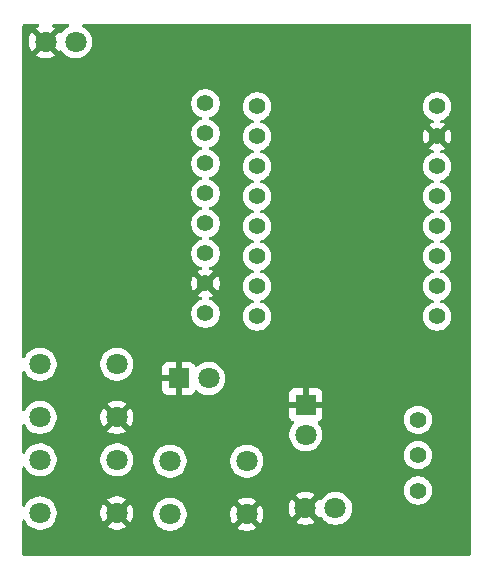
<source format=gbr>
%TF.GenerationSoftware,KiCad,Pcbnew,9.0.4+1*%
%TF.CreationDate,2025-09-23T18:14:48+02:00*%
%TF.ProjectId,PCB,5043422e-6b69-4636-9164-5f7063625858,rev?*%
%TF.SameCoordinates,Original*%
%TF.FileFunction,Copper,L2,Bot*%
%TF.FilePolarity,Positive*%
%FSLAX46Y46*%
G04 Gerber Fmt 4.6, Leading zero omitted, Abs format (unit mm)*
G04 Created by KiCad (PCBNEW 9.0.4+1) date 2025-09-23 18:14:48*
%MOMM*%
%LPD*%
G01*
G04 APERTURE LIST*
%TA.AperFunction,ComponentPad*%
%ADD10C,1.800000*%
%TD*%
%TA.AperFunction,ComponentPad*%
%ADD11C,1.400000*%
%TD*%
%TA.AperFunction,ComponentPad*%
%ADD12R,1.800000X1.800000*%
%TD*%
G04 APERTURE END LIST*
D10*
%TO.P,J1,1,Pin_1*%
%TO.N,GND*%
X-209540000Y12500000D03*
%TO.P,J1,2,Pin_2*%
%TO.N,Net-(J1-Pin_2)*%
X-207000000Y12500000D03*
%TD*%
%TO.P,J2,1,Pin_1*%
%TO.N,GND*%
X-187540000Y-27000000D03*
%TO.P,J2,2,Pin_2*%
%TO.N,Net-(J2-Pin_2)*%
X-185000000Y-27000000D03*
%TD*%
D11*
%TO.P,U1,0*%
%TO.N,Net-(J1-Pin_2)*%
X-176385000Y-10755000D03*
%TO.P,U1,1*%
%TO.N,Net-(D1-A)*%
X-176385000Y-8215000D03*
%TO.P,U1,2*%
%TO.N,unconnected-(U1-Pad2)*%
X-176385000Y-5675000D03*
%TO.P,U1,3*%
%TO.N,unconnected-(U1-Pad3)*%
X-176385000Y-3135000D03*
%TO.P,U1,3V3,3V3*%
%TO.N,unconnected-(U1-Pad3V3)*%
X-176385000Y1945000D03*
%TO.P,U1,4*%
%TO.N,unconnected-(U1-Pad4)*%
X-176385000Y-595000D03*
%TO.P,U1,5*%
%TO.N,unconnected-(U1-Pad5)*%
X-191625000Y7025000D03*
%TO.P,U1,5V,5V*%
%TO.N,VCC*%
X-176385000Y7025000D03*
%TO.P,U1,6*%
%TO.N,unconnected-(U1-Pad6)*%
X-191625000Y4485000D03*
%TO.P,U1,7*%
%TO.N,Net-(U2-INT)*%
X-191625000Y1945000D03*
%TO.P,U1,8,SDA*%
%TO.N,Net-(U1-SDA)*%
X-191625000Y-595000D03*
%TO.P,U1,9,SCL*%
%TO.N,Net-(U1-SCL)*%
X-191625000Y-3135000D03*
%TO.P,U1,10*%
%TO.N,Net-(SW1-Pad1)*%
X-191625000Y-5675000D03*
%TO.P,U1,20*%
%TO.N,Net-(SW2-Pad1)*%
X-191625000Y-8215000D03*
%TO.P,U1,21*%
%TO.N,Net-(SW3-Pad1)*%
X-191625000Y-10755000D03*
%TO.P,U1,GND,GND*%
%TO.N,GND*%
X-176385000Y4485000D03*
%TD*%
%TO.P,SW4,1,A*%
%TO.N,VCC*%
X-178000000Y-19500000D03*
%TO.P,SW4,2,B*%
%TO.N,Net-(J2-Pin_2)*%
X-178000000Y-22500000D03*
%TO.P,SW4,3,C*%
%TO.N,unconnected-(SW4A-C-Pad3)*%
X-178000000Y-25500000D03*
%TD*%
D10*
%TO.P,SW2,1,1*%
%TO.N,Net-(SW2-Pad1)*%
X-203500000Y-22900000D03*
%TO.P,SW2,2,2*%
%TO.N,unconnected-(SW2-Pad2)*%
X-210000000Y-22900000D03*
%TO.P,SW2,3,K*%
%TO.N,unconnected-(SW2-K-Pad3)*%
X-210000000Y-27400000D03*
%TO.P,SW2,4,A*%
%TO.N,GND*%
X-203500000Y-27400000D03*
%TD*%
D11*
%TO.P,U2,1,VCC*%
%TO.N,VCC*%
X-196000000Y-10500000D03*
%TO.P,U2,2,GND*%
%TO.N,GND*%
X-196000000Y-7960000D03*
%TO.P,U2,3,SCL*%
%TO.N,Net-(U1-SCL)*%
X-196000000Y-5420000D03*
%TO.P,U2,4,SDA*%
%TO.N,Net-(U1-SDA)*%
X-196000000Y-2880000D03*
%TO.P,U2,5,XDA*%
%TO.N,unconnected-(U2-XDA-Pad5)*%
X-196000000Y-340000D03*
%TO.P,U2,6,XCL*%
%TO.N,unconnected-(U2-XCL-Pad6)*%
X-196000000Y2200000D03*
%TO.P,U2,7,ADO*%
%TO.N,unconnected-(U2-ADO-Pad7)*%
X-196000000Y4740000D03*
%TO.P,U2,8,INT*%
%TO.N,Net-(U2-INT)*%
X-196000000Y7280000D03*
%TD*%
D10*
%TO.P,SW3,1,1*%
%TO.N,Net-(SW3-Pad1)*%
X-192500000Y-23000000D03*
%TO.P,SW3,2,2*%
%TO.N,unconnected-(SW3-Pad2)*%
X-199000000Y-23000000D03*
%TO.P,SW3,3,K*%
%TO.N,unconnected-(SW3-K-Pad3)*%
X-199000000Y-27500000D03*
%TO.P,SW3,4,A*%
%TO.N,GND*%
X-192500000Y-27500000D03*
%TD*%
D12*
%TO.P,D1,1,K*%
%TO.N,GND*%
X-198270000Y-16000000D03*
D10*
%TO.P,D1,2,A*%
%TO.N,Net-(D1-A)*%
X-195730000Y-16000000D03*
%TD*%
D12*
%TO.P,D2,1,K*%
%TO.N,GND*%
X-187500000Y-18230000D03*
D10*
%TO.P,D2,2,A*%
%TO.N,VCC*%
X-187500000Y-20770000D03*
%TD*%
%TO.P,SW1,1,1*%
%TO.N,Net-(SW1-Pad1)*%
X-203500000Y-14800000D03*
%TO.P,SW1,2,2*%
%TO.N,unconnected-(SW1-Pad2)*%
X-210000000Y-14800000D03*
%TO.P,SW1,3,K*%
%TO.N,unconnected-(SW1-K-Pad3)*%
X-210000000Y-19300000D03*
%TO.P,SW1,4,A*%
%TO.N,GND*%
X-203500000Y-19300000D03*
%TD*%
%TA.AperFunction,Conductor*%
%TO.N,GND*%
G36*
X-210130289Y13979815D02*
G01*
X-210084534Y13927011D01*
X-210074590Y13857853D01*
X-210103615Y13794297D01*
X-210141033Y13765015D01*
X-210273760Y13697386D01*
X-210337513Y13651066D01*
X-210337514Y13651066D01*
X-209628585Y12942138D01*
X-209713694Y12919333D01*
X-209816306Y12860090D01*
X-209900090Y12776306D01*
X-209959333Y12673694D01*
X-209982138Y12588585D01*
X-210691066Y13297514D01*
X-210691066Y13297513D01*
X-210737386Y13233760D01*
X-210837432Y13037410D01*
X-210905526Y12827835D01*
X-210940000Y12610181D01*
X-210940000Y12389818D01*
X-210905526Y12172164D01*
X-210837432Y11962589D01*
X-210737388Y11766243D01*
X-210691066Y11702485D01*
X-210691065Y11702485D01*
X-209982137Y12411413D01*
X-209959333Y12326306D01*
X-209900090Y12223694D01*
X-209816306Y12139910D01*
X-209713694Y12080667D01*
X-209628584Y12057861D01*
X-210337513Y11348932D01*
X-210273756Y11302611D01*
X-210077410Y11202567D01*
X-209867835Y11134473D01*
X-209650181Y11100000D01*
X-209429819Y11100000D01*
X-209212164Y11134473D01*
X-209002589Y11202567D01*
X-208806233Y11302616D01*
X-208742485Y11348931D01*
X-208742485Y11348932D01*
X-209451415Y12057861D01*
X-209366306Y12080667D01*
X-209263694Y12139910D01*
X-209179910Y12223694D01*
X-209120667Y12326306D01*
X-209097861Y12411414D01*
X-208388932Y11702485D01*
X-208388930Y11702485D01*
X-208370626Y11727679D01*
X-208315296Y11770345D01*
X-208245683Y11776324D01*
X-208183888Y11743718D01*
X-208169990Y11727679D01*
X-208068247Y11587640D01*
X-207912363Y11431756D01*
X-207912358Y11431752D01*
X-207734025Y11302187D01*
X-207734022Y11302185D01*
X-207671096Y11270122D01*
X-207537606Y11202104D01*
X-207537603Y11202103D01*
X-207327952Y11133985D01*
X-207219086Y11116742D01*
X-207110222Y11099500D01*
X-207110221Y11099500D01*
X-206889779Y11099500D01*
X-206889778Y11099500D01*
X-206817201Y11110995D01*
X-206672047Y11133985D01*
X-206462396Y11202103D01*
X-206462393Y11202104D01*
X-206265974Y11302187D01*
X-206087641Y11431752D01*
X-206087636Y11431756D01*
X-205931756Y11587636D01*
X-205931752Y11587641D01*
X-205802187Y11765974D01*
X-205702104Y11962393D01*
X-205702103Y11962396D01*
X-205633985Y12172047D01*
X-205599500Y12389778D01*
X-205599500Y12610221D01*
X-205633985Y12827952D01*
X-205702103Y13037603D01*
X-205702104Y13037606D01*
X-205770122Y13171096D01*
X-205802185Y13234022D01*
X-205802187Y13234025D01*
X-205931752Y13412358D01*
X-205931756Y13412363D01*
X-206087636Y13568243D01*
X-206087641Y13568247D01*
X-206265974Y13697812D01*
X-206265978Y13697815D01*
X-206397864Y13765015D01*
X-206448660Y13812990D01*
X-206465455Y13880811D01*
X-206442917Y13946946D01*
X-206388202Y13990397D01*
X-206341569Y13999500D01*
X-173624500Y13999500D01*
X-173557461Y13979815D01*
X-173511706Y13927011D01*
X-173500500Y13875500D01*
X-173500500Y-30875500D01*
X-173520185Y-30942539D01*
X-173572989Y-30988294D01*
X-173624500Y-30999500D01*
X-211375500Y-30999500D01*
X-211442539Y-30979815D01*
X-211488294Y-30927011D01*
X-211499500Y-30875500D01*
X-211499500Y-28058431D01*
X-211479815Y-27991392D01*
X-211427011Y-27945637D01*
X-211357853Y-27935693D01*
X-211294297Y-27964718D01*
X-211265014Y-28002136D01*
X-211197815Y-28134022D01*
X-211068242Y-28312365D01*
X-210912365Y-28468242D01*
X-210734022Y-28597815D01*
X-210537606Y-28697895D01*
X-210327951Y-28766015D01*
X-210110222Y-28800500D01*
X-210110221Y-28800500D01*
X-209889779Y-28800500D01*
X-209889778Y-28800500D01*
X-209672049Y-28766015D01*
X-209567221Y-28731955D01*
X-209462396Y-28697896D01*
X-209462393Y-28697895D01*
X-209370486Y-28651065D01*
X-209265978Y-28597815D01*
X-209201632Y-28551065D01*
X-209087641Y-28468247D01*
X-209087636Y-28468243D01*
X-208931756Y-28312363D01*
X-208931752Y-28312358D01*
X-208802187Y-28134025D01*
X-208802049Y-28133756D01*
X-208753058Y-28037606D01*
X-208702104Y-27937606D01*
X-208702103Y-27937603D01*
X-208633985Y-27727952D01*
X-208616742Y-27619086D01*
X-208599500Y-27510222D01*
X-208599500Y-27289818D01*
X-204900000Y-27289818D01*
X-204900000Y-27510181D01*
X-204865526Y-27727835D01*
X-204797432Y-27937410D01*
X-204697386Y-28133760D01*
X-204651066Y-28197513D01*
X-204651066Y-28197514D01*
X-203942137Y-27488585D01*
X-203919333Y-27573694D01*
X-203860090Y-27676306D01*
X-203776306Y-27760090D01*
X-203673694Y-27819333D01*
X-203588585Y-27842138D01*
X-204297514Y-28551066D01*
X-204233760Y-28597386D01*
X-204037410Y-28697432D01*
X-203827835Y-28765526D01*
X-203610181Y-28800000D01*
X-203389819Y-28800000D01*
X-203172164Y-28765526D01*
X-202962589Y-28697432D01*
X-202766243Y-28597388D01*
X-202702485Y-28551066D01*
X-202702485Y-28551065D01*
X-203411414Y-27842137D01*
X-203326306Y-27819333D01*
X-203223694Y-27760090D01*
X-203139910Y-27676306D01*
X-203080667Y-27573694D01*
X-203057861Y-27488584D01*
X-202348932Y-28197513D01*
X-202302611Y-28133756D01*
X-202202567Y-27937410D01*
X-202134473Y-27727835D01*
X-202100000Y-27510181D01*
X-202100000Y-27389778D01*
X-200400500Y-27389778D01*
X-200400500Y-27610222D01*
X-200366015Y-27827951D01*
X-200297895Y-28037606D01*
X-200197815Y-28234022D01*
X-200068242Y-28412365D01*
X-199912365Y-28568242D01*
X-199734022Y-28697815D01*
X-199537606Y-28797895D01*
X-199327951Y-28866015D01*
X-199110222Y-28900500D01*
X-199110221Y-28900500D01*
X-198889779Y-28900500D01*
X-198889778Y-28900500D01*
X-198672049Y-28866015D01*
X-198567221Y-28831955D01*
X-198462396Y-28797896D01*
X-198462393Y-28797895D01*
X-198394375Y-28763237D01*
X-198265978Y-28697815D01*
X-198201632Y-28651065D01*
X-198087641Y-28568247D01*
X-198087636Y-28568243D01*
X-197931756Y-28412363D01*
X-197931752Y-28412358D01*
X-197802187Y-28234025D01*
X-197802049Y-28233756D01*
X-197751096Y-28133756D01*
X-197702104Y-28037606D01*
X-197702103Y-28037603D01*
X-197633985Y-27827952D01*
X-197599500Y-27610221D01*
X-197599500Y-27389818D01*
X-193900000Y-27389818D01*
X-193900000Y-27610181D01*
X-193865526Y-27827835D01*
X-193797432Y-28037410D01*
X-193697386Y-28233760D01*
X-193651066Y-28297513D01*
X-193651066Y-28297514D01*
X-192942137Y-27588585D01*
X-192919333Y-27673694D01*
X-192860090Y-27776306D01*
X-192776306Y-27860090D01*
X-192673694Y-27919333D01*
X-192588585Y-27942138D01*
X-193297514Y-28651066D01*
X-193233760Y-28697386D01*
X-193037410Y-28797432D01*
X-192827835Y-28865526D01*
X-192610181Y-28900000D01*
X-192389819Y-28900000D01*
X-192172164Y-28865526D01*
X-191962589Y-28797432D01*
X-191766243Y-28697388D01*
X-191702485Y-28651066D01*
X-191702485Y-28651065D01*
X-192411414Y-27942137D01*
X-192326306Y-27919333D01*
X-192223694Y-27860090D01*
X-192139910Y-27776306D01*
X-192080667Y-27673694D01*
X-192057861Y-27588584D01*
X-191348932Y-28297513D01*
X-191302611Y-28233756D01*
X-191207715Y-28047512D01*
X-191207713Y-28047510D01*
X-191207713Y-28047509D01*
X-191202568Y-28037412D01*
X-191134473Y-27827835D01*
X-191100000Y-27610181D01*
X-191100000Y-27389818D01*
X-191134473Y-27172164D01*
X-191202568Y-26962586D01*
X-191213443Y-26941242D01*
X-191213445Y-26941241D01*
X-191239646Y-26889818D01*
X-188940000Y-26889818D01*
X-188940000Y-27110181D01*
X-188905526Y-27327835D01*
X-188837432Y-27537410D01*
X-188737386Y-27733760D01*
X-188691066Y-27797513D01*
X-188691066Y-27797514D01*
X-187982137Y-27088585D01*
X-187959333Y-27173694D01*
X-187900090Y-27276306D01*
X-187816306Y-27360090D01*
X-187713694Y-27419333D01*
X-187628585Y-27442138D01*
X-188337514Y-28151066D01*
X-188273760Y-28197386D01*
X-188077410Y-28297432D01*
X-187867835Y-28365526D01*
X-187650181Y-28400000D01*
X-187429819Y-28400000D01*
X-187212164Y-28365526D01*
X-187002589Y-28297432D01*
X-186806243Y-28197388D01*
X-186742485Y-28151066D01*
X-186742485Y-28151065D01*
X-187451414Y-27442137D01*
X-187366306Y-27419333D01*
X-187263694Y-27360090D01*
X-187179910Y-27276306D01*
X-187120667Y-27173694D01*
X-187097861Y-27088584D01*
X-186388932Y-27797513D01*
X-186370628Y-27772319D01*
X-186315298Y-27729653D01*
X-186245685Y-27723674D01*
X-186183889Y-27756279D01*
X-186169994Y-27772313D01*
X-186068242Y-27912365D01*
X-185912365Y-28068242D01*
X-185734022Y-28197815D01*
X-185537606Y-28297895D01*
X-185327951Y-28366015D01*
X-185110222Y-28400500D01*
X-185110221Y-28400500D01*
X-184889779Y-28400500D01*
X-184889778Y-28400500D01*
X-184672049Y-28366015D01*
X-184567221Y-28331955D01*
X-184462396Y-28297896D01*
X-184462393Y-28297895D01*
X-184394375Y-28263237D01*
X-184265978Y-28197815D01*
X-184177813Y-28133760D01*
X-184087641Y-28068247D01*
X-184087636Y-28068243D01*
X-183931756Y-27912363D01*
X-183931752Y-27912358D01*
X-183802187Y-27734025D01*
X-183799092Y-27727952D01*
X-183739105Y-27610222D01*
X-183702104Y-27537606D01*
X-183702103Y-27537603D01*
X-183633985Y-27327952D01*
X-183609311Y-27172164D01*
X-183599500Y-27110222D01*
X-183599500Y-26889778D01*
X-183619066Y-26766243D01*
X-183633985Y-26672047D01*
X-183702103Y-26462396D01*
X-183702104Y-26462393D01*
X-183802187Y-26265974D01*
X-183931752Y-26087641D01*
X-183931756Y-26087636D01*
X-184087636Y-25931756D01*
X-184087641Y-25931752D01*
X-184265974Y-25802187D01*
X-184462393Y-25702104D01*
X-184462396Y-25702103D01*
X-184672047Y-25633985D01*
X-184817201Y-25610995D01*
X-184889778Y-25599500D01*
X-185110222Y-25599500D01*
X-185219086Y-25616742D01*
X-185327952Y-25633985D01*
X-185537603Y-25702103D01*
X-185537606Y-25702104D01*
X-185671096Y-25770122D01*
X-185734022Y-25802185D01*
X-185734024Y-25802186D01*
X-185734025Y-25802187D01*
X-185912358Y-25931752D01*
X-185912363Y-25931756D01*
X-186068247Y-26087640D01*
X-186169990Y-26227679D01*
X-186225319Y-26270345D01*
X-186294933Y-26276324D01*
X-186356728Y-26243719D01*
X-186370626Y-26227679D01*
X-186388930Y-26202485D01*
X-186388932Y-26202485D01*
X-187097861Y-26911414D01*
X-187120667Y-26826306D01*
X-187179910Y-26723694D01*
X-187263694Y-26639910D01*
X-187366306Y-26580667D01*
X-187451414Y-26557861D01*
X-186742485Y-25848932D01*
X-186742485Y-25848931D01*
X-186806233Y-25802616D01*
X-187002589Y-25702567D01*
X-187212164Y-25634473D01*
X-187429819Y-25600000D01*
X-187650181Y-25600000D01*
X-187867835Y-25634473D01*
X-188077410Y-25702567D01*
X-188273756Y-25802611D01*
X-188337513Y-25848932D01*
X-187628583Y-26557861D01*
X-187713694Y-26580667D01*
X-187816306Y-26639910D01*
X-187900090Y-26723694D01*
X-187959333Y-26826306D01*
X-187982137Y-26911414D01*
X-188691066Y-26202485D01*
X-188737388Y-26266243D01*
X-188837432Y-26462589D01*
X-188905526Y-26672164D01*
X-188940000Y-26889818D01*
X-191239646Y-26889818D01*
X-191302616Y-26766233D01*
X-191348931Y-26702485D01*
X-191348932Y-26702485D01*
X-192057861Y-27411414D01*
X-192080667Y-27326306D01*
X-192139910Y-27223694D01*
X-192223694Y-27139910D01*
X-192326306Y-27080667D01*
X-192411414Y-27057861D01*
X-191702485Y-26348932D01*
X-191702485Y-26348931D01*
X-191766233Y-26302616D01*
X-191962589Y-26202567D01*
X-192172164Y-26134473D01*
X-192389819Y-26100000D01*
X-192610181Y-26100000D01*
X-192827835Y-26134473D01*
X-193037410Y-26202567D01*
X-193233756Y-26302611D01*
X-193297513Y-26348932D01*
X-192588583Y-27057861D01*
X-192673694Y-27080667D01*
X-192776306Y-27139910D01*
X-192860090Y-27223694D01*
X-192919333Y-27326306D01*
X-192942137Y-27411413D01*
X-193651065Y-26702485D01*
X-193651066Y-26702485D01*
X-193697388Y-26766243D01*
X-193797432Y-26962589D01*
X-193865526Y-27172164D01*
X-193900000Y-27389818D01*
X-197599500Y-27389818D01*
X-197599500Y-27389778D01*
X-197633985Y-27172047D01*
X-197702103Y-26962396D01*
X-197702104Y-26962393D01*
X-197802187Y-26765974D01*
X-197931752Y-26587641D01*
X-197931756Y-26587636D01*
X-198035521Y-26483872D01*
X-198087636Y-26431756D01*
X-198087641Y-26431752D01*
X-198265974Y-26302187D01*
X-198462393Y-26202104D01*
X-198462396Y-26202103D01*
X-198672047Y-26133985D01*
X-198817201Y-26110995D01*
X-198889778Y-26099500D01*
X-199110222Y-26099500D01*
X-199219086Y-26116742D01*
X-199327952Y-26133985D01*
X-199537603Y-26202103D01*
X-199537606Y-26202104D01*
X-199662955Y-26265974D01*
X-199734022Y-26302185D01*
X-199734024Y-26302186D01*
X-199734025Y-26302187D01*
X-199912358Y-26431752D01*
X-199912363Y-26431756D01*
X-200068243Y-26587636D01*
X-200068247Y-26587641D01*
X-200129571Y-26672047D01*
X-200197815Y-26765978D01*
X-200246941Y-26862393D01*
X-200297895Y-26962393D01*
X-200297896Y-26962396D01*
X-200329363Y-27059244D01*
X-200366015Y-27172049D01*
X-200400500Y-27389778D01*
X-202100000Y-27389778D01*
X-202100000Y-27289818D01*
X-202134473Y-27072164D01*
X-202202567Y-26862589D01*
X-202302616Y-26666233D01*
X-202348931Y-26602485D01*
X-202348932Y-26602485D01*
X-203057861Y-27311414D01*
X-203080667Y-27226306D01*
X-203139910Y-27123694D01*
X-203223694Y-27039910D01*
X-203326306Y-26980667D01*
X-203411414Y-26957861D01*
X-202702485Y-26248932D01*
X-202702485Y-26248931D01*
X-202766233Y-26202616D01*
X-202962589Y-26102567D01*
X-203172164Y-26034473D01*
X-203271979Y-26018664D01*
X-203389819Y-26000000D01*
X-203610181Y-26000000D01*
X-203827835Y-26034473D01*
X-204037410Y-26102567D01*
X-204233756Y-26202611D01*
X-204297513Y-26248932D01*
X-203588583Y-26957861D01*
X-203673694Y-26980667D01*
X-203776306Y-27039910D01*
X-203860090Y-27123694D01*
X-203919333Y-27226306D01*
X-203942137Y-27311413D01*
X-204651065Y-26602485D01*
X-204651066Y-26602485D01*
X-204697388Y-26666243D01*
X-204797432Y-26862589D01*
X-204865526Y-27072164D01*
X-204900000Y-27289818D01*
X-208599500Y-27289818D01*
X-208599500Y-27289778D01*
X-208618128Y-27172164D01*
X-208633985Y-27072047D01*
X-208702103Y-26862396D01*
X-208702104Y-26862393D01*
X-208802187Y-26665974D01*
X-208931752Y-26487641D01*
X-208931756Y-26487636D01*
X-209035521Y-26383872D01*
X-209087636Y-26331756D01*
X-209087641Y-26331752D01*
X-209265974Y-26202187D01*
X-209462393Y-26102104D01*
X-209462396Y-26102103D01*
X-209672047Y-26033985D01*
X-209817201Y-26010995D01*
X-209889778Y-25999500D01*
X-210110222Y-25999500D01*
X-210219086Y-26016742D01*
X-210327952Y-26033985D01*
X-210537603Y-26102103D01*
X-210537606Y-26102104D01*
X-210671096Y-26170122D01*
X-210734022Y-26202185D01*
X-210734024Y-26202186D01*
X-210734025Y-26202187D01*
X-210912358Y-26331752D01*
X-210912363Y-26331756D01*
X-211068243Y-26487636D01*
X-211068247Y-26487641D01*
X-211197814Y-26665976D01*
X-211265016Y-26797864D01*
X-211312990Y-26848659D01*
X-211380812Y-26865454D01*
X-211446946Y-26842916D01*
X-211490397Y-26788201D01*
X-211499500Y-26741568D01*
X-211499500Y-25405513D01*
X-179200500Y-25405513D01*
X-179200500Y-25594486D01*
X-179183381Y-25702567D01*
X-179170940Y-25781118D01*
X-179112547Y-25960832D01*
X-179026760Y-26129199D01*
X-178915690Y-26282073D01*
X-178782073Y-26415690D01*
X-178629199Y-26526760D01*
X-178460832Y-26612547D01*
X-178295574Y-26666243D01*
X-178281118Y-26670940D01*
X-178094486Y-26700500D01*
X-178094481Y-26700500D01*
X-177905514Y-26700500D01*
X-177718881Y-26670940D01*
X-177623382Y-26639910D01*
X-177539168Y-26612547D01*
X-177539165Y-26612545D01*
X-177539163Y-26612545D01*
X-177450347Y-26567290D01*
X-177370801Y-26526760D01*
X-177217927Y-26415690D01*
X-177084310Y-26282073D01*
X-176973240Y-26129199D01*
X-176958362Y-26100000D01*
X-176887454Y-25960836D01*
X-176829059Y-25781118D01*
X-176799500Y-25594486D01*
X-176799500Y-25405513D01*
X-176829059Y-25218881D01*
X-176887454Y-25039163D01*
X-176973240Y-24870800D01*
X-177036610Y-24783579D01*
X-177084310Y-24717927D01*
X-177084312Y-24717925D01*
X-177084312Y-24717924D01*
X-177217924Y-24584312D01*
X-177370800Y-24473240D01*
X-177539163Y-24387454D01*
X-177718881Y-24329059D01*
X-177905514Y-24299500D01*
X-177905519Y-24299500D01*
X-178094481Y-24299500D01*
X-178094486Y-24299500D01*
X-178281118Y-24329059D01*
X-178460836Y-24387454D01*
X-178629199Y-24473240D01*
X-178782073Y-24584310D01*
X-178915690Y-24717927D01*
X-179026759Y-24870800D01*
X-179112545Y-25039163D01*
X-179170940Y-25218881D01*
X-179200500Y-25405513D01*
X-211499500Y-25405513D01*
X-211499500Y-23558431D01*
X-211479815Y-23491392D01*
X-211427011Y-23445637D01*
X-211357853Y-23435693D01*
X-211294297Y-23464718D01*
X-211265014Y-23502136D01*
X-211197815Y-23634022D01*
X-211068242Y-23812365D01*
X-210912365Y-23968242D01*
X-210734022Y-24097815D01*
X-210537606Y-24197895D01*
X-210327951Y-24266015D01*
X-210110222Y-24300500D01*
X-210110221Y-24300500D01*
X-209889779Y-24300500D01*
X-209889778Y-24300500D01*
X-209672049Y-24266015D01*
X-209567221Y-24231955D01*
X-209462396Y-24197896D01*
X-209462393Y-24197895D01*
X-209394375Y-24163237D01*
X-209265978Y-24097815D01*
X-209225274Y-24068242D01*
X-209087641Y-23968247D01*
X-209087636Y-23968243D01*
X-208931756Y-23812363D01*
X-208931752Y-23812358D01*
X-208802187Y-23634025D01*
X-208702104Y-23437606D01*
X-208702103Y-23437603D01*
X-208633985Y-23227952D01*
X-208616742Y-23119086D01*
X-208599500Y-23010222D01*
X-208599500Y-22789778D01*
X-204900500Y-22789778D01*
X-204900500Y-23010222D01*
X-204866015Y-23227951D01*
X-204797895Y-23437606D01*
X-204697815Y-23634022D01*
X-204568242Y-23812365D01*
X-204412365Y-23968242D01*
X-204234022Y-24097815D01*
X-204037606Y-24197895D01*
X-203827951Y-24266015D01*
X-203610222Y-24300500D01*
X-203610221Y-24300500D01*
X-203389779Y-24300500D01*
X-203389778Y-24300500D01*
X-203172049Y-24266015D01*
X-203067221Y-24231955D01*
X-202962396Y-24197896D01*
X-202962393Y-24197895D01*
X-202894375Y-24163237D01*
X-202765978Y-24097815D01*
X-202725274Y-24068242D01*
X-202587641Y-23968247D01*
X-202587636Y-23968243D01*
X-202431756Y-23812363D01*
X-202431752Y-23812358D01*
X-202302187Y-23634025D01*
X-202202104Y-23437606D01*
X-202202103Y-23437603D01*
X-202133985Y-23227952D01*
X-202116742Y-23119086D01*
X-202099500Y-23010222D01*
X-202099500Y-22889778D01*
X-200400500Y-22889778D01*
X-200400500Y-23110222D01*
X-200366015Y-23327951D01*
X-200297895Y-23537606D01*
X-200197815Y-23734022D01*
X-200068242Y-23912365D01*
X-199912365Y-24068242D01*
X-199734022Y-24197815D01*
X-199537606Y-24297895D01*
X-199327951Y-24366015D01*
X-199110222Y-24400500D01*
X-199110221Y-24400500D01*
X-198889779Y-24400500D01*
X-198889778Y-24400500D01*
X-198672049Y-24366015D01*
X-198558308Y-24329059D01*
X-198462396Y-24297896D01*
X-198462393Y-24297895D01*
X-198394375Y-24263237D01*
X-198265978Y-24197815D01*
X-198243192Y-24181260D01*
X-198087641Y-24068247D01*
X-198087636Y-24068243D01*
X-197931756Y-23912363D01*
X-197931752Y-23912358D01*
X-197802187Y-23734025D01*
X-197702104Y-23537606D01*
X-197702103Y-23537603D01*
X-197633985Y-23327952D01*
X-197599500Y-23110221D01*
X-197599500Y-22889778D01*
X-193900500Y-22889778D01*
X-193900500Y-23110222D01*
X-193866015Y-23327951D01*
X-193797895Y-23537606D01*
X-193697815Y-23734022D01*
X-193568242Y-23912365D01*
X-193412365Y-24068242D01*
X-193234022Y-24197815D01*
X-193037606Y-24297895D01*
X-192827951Y-24366015D01*
X-192610222Y-24400500D01*
X-192610221Y-24400500D01*
X-192389779Y-24400500D01*
X-192389778Y-24400500D01*
X-192172049Y-24366015D01*
X-192058308Y-24329059D01*
X-191962396Y-24297896D01*
X-191962393Y-24297895D01*
X-191894375Y-24263237D01*
X-191765978Y-24197815D01*
X-191743192Y-24181260D01*
X-191587641Y-24068247D01*
X-191587636Y-24068243D01*
X-191431756Y-23912363D01*
X-191431752Y-23912358D01*
X-191302187Y-23734025D01*
X-191202104Y-23537606D01*
X-191202103Y-23537603D01*
X-191133985Y-23327952D01*
X-191099500Y-23110221D01*
X-191099500Y-22889778D01*
X-191133985Y-22672047D01*
X-191202103Y-22462396D01*
X-191202104Y-22462394D01*
X-191204882Y-22456944D01*
X-191204882Y-22456942D01*
X-191204883Y-22456942D01*
X-191231088Y-22405513D01*
X-179200500Y-22405513D01*
X-179200500Y-22594486D01*
X-179188215Y-22672047D01*
X-179170940Y-22781118D01*
X-179112547Y-22960832D01*
X-179026760Y-23129199D01*
X-178915690Y-23282073D01*
X-178782073Y-23415690D01*
X-178629199Y-23526760D01*
X-178460832Y-23612547D01*
X-178281118Y-23670940D01*
X-178094486Y-23700500D01*
X-178094481Y-23700500D01*
X-177905514Y-23700500D01*
X-177718881Y-23670940D01*
X-177605261Y-23634022D01*
X-177539168Y-23612547D01*
X-177539165Y-23612545D01*
X-177539163Y-23612545D01*
X-177392082Y-23537603D01*
X-177370801Y-23526760D01*
X-177217927Y-23415690D01*
X-177084310Y-23282073D01*
X-176973240Y-23129199D01*
X-176912618Y-23010222D01*
X-176887454Y-22960836D01*
X-176829059Y-22781118D01*
X-176799500Y-22594486D01*
X-176799500Y-22405513D01*
X-176829059Y-22218881D01*
X-176887454Y-22039163D01*
X-176973240Y-21870800D01*
X-177036610Y-21783579D01*
X-177084310Y-21717927D01*
X-177084312Y-21717925D01*
X-177084312Y-21717924D01*
X-177217924Y-21584312D01*
X-177370800Y-21473240D01*
X-177539163Y-21387454D01*
X-177718881Y-21329059D01*
X-177905514Y-21299500D01*
X-177905519Y-21299500D01*
X-178094481Y-21299500D01*
X-178094486Y-21299500D01*
X-178281118Y-21329059D01*
X-178460836Y-21387454D01*
X-178629199Y-21473240D01*
X-178782073Y-21584310D01*
X-178915690Y-21717927D01*
X-179026759Y-21870800D01*
X-179112545Y-22039163D01*
X-179170940Y-22218881D01*
X-179200500Y-22405513D01*
X-191231088Y-22405513D01*
X-191302187Y-22265974D01*
X-191431752Y-22087641D01*
X-191431756Y-22087636D01*
X-191587636Y-21931756D01*
X-191587641Y-21931752D01*
X-191765974Y-21802187D01*
X-191962393Y-21702104D01*
X-191962396Y-21702103D01*
X-192172047Y-21633985D01*
X-192317201Y-21610995D01*
X-192389778Y-21599500D01*
X-192610222Y-21599500D01*
X-192719086Y-21616742D01*
X-192827952Y-21633985D01*
X-193037603Y-21702103D01*
X-193037606Y-21702104D01*
X-193171096Y-21770122D01*
X-193234022Y-21802185D01*
X-193234024Y-21802186D01*
X-193234025Y-21802187D01*
X-193412358Y-21931752D01*
X-193412363Y-21931756D01*
X-193568243Y-22087636D01*
X-193568247Y-22087641D01*
X-193625160Y-22165976D01*
X-193697815Y-22265978D01*
X-193746941Y-22362393D01*
X-193797895Y-22462393D01*
X-193797895Y-22462394D01*
X-193866015Y-22672049D01*
X-193900500Y-22889778D01*
X-197599500Y-22889778D01*
X-197633985Y-22672047D01*
X-197702103Y-22462396D01*
X-197702104Y-22462393D01*
X-197802187Y-22265974D01*
X-197931752Y-22087641D01*
X-197931756Y-22087636D01*
X-198087636Y-21931756D01*
X-198087641Y-21931752D01*
X-198265974Y-21802187D01*
X-198462393Y-21702104D01*
X-198462396Y-21702103D01*
X-198672047Y-21633985D01*
X-198817201Y-21610995D01*
X-198889778Y-21599500D01*
X-199110222Y-21599500D01*
X-199219086Y-21616742D01*
X-199327952Y-21633985D01*
X-199537603Y-21702103D01*
X-199537606Y-21702104D01*
X-199671096Y-21770122D01*
X-199734022Y-21802185D01*
X-199734024Y-21802186D01*
X-199734025Y-21802187D01*
X-199912358Y-21931752D01*
X-199912363Y-21931756D01*
X-200068243Y-22087636D01*
X-200068247Y-22087641D01*
X-200125160Y-22165976D01*
X-200197815Y-22265978D01*
X-200246941Y-22362393D01*
X-200297895Y-22462393D01*
X-200297895Y-22462394D01*
X-200366015Y-22672049D01*
X-200400500Y-22889778D01*
X-202099500Y-22889778D01*
X-202099500Y-22789778D01*
X-202100872Y-22781118D01*
X-202133985Y-22572047D01*
X-202202103Y-22362396D01*
X-202202104Y-22362393D01*
X-202302187Y-22165974D01*
X-202431752Y-21987641D01*
X-202431756Y-21987636D01*
X-202587636Y-21831756D01*
X-202587641Y-21831752D01*
X-202765974Y-21702187D01*
X-202962393Y-21602104D01*
X-202962396Y-21602103D01*
X-203172047Y-21533985D01*
X-203317201Y-21510995D01*
X-203389778Y-21499500D01*
X-203610222Y-21499500D01*
X-203719086Y-21516742D01*
X-203827952Y-21533985D01*
X-204037603Y-21602103D01*
X-204037606Y-21602104D01*
X-204171096Y-21670122D01*
X-204234022Y-21702185D01*
X-204234024Y-21702186D01*
X-204234025Y-21702187D01*
X-204412358Y-21831752D01*
X-204412363Y-21831756D01*
X-204568243Y-21987636D01*
X-204568247Y-21987641D01*
X-204605679Y-22039163D01*
X-204697815Y-22165978D01*
X-204724771Y-22218882D01*
X-204797895Y-22362393D01*
X-204797896Y-22362396D01*
X-204811905Y-22405513D01*
X-204866015Y-22572049D01*
X-204900500Y-22789778D01*
X-208599500Y-22789778D01*
X-208600872Y-22781118D01*
X-208633985Y-22572047D01*
X-208702103Y-22362396D01*
X-208702104Y-22362393D01*
X-208802187Y-22165974D01*
X-208931752Y-21987641D01*
X-208931756Y-21987636D01*
X-209087636Y-21831756D01*
X-209087641Y-21831752D01*
X-209265974Y-21702187D01*
X-209462393Y-21602104D01*
X-209462396Y-21602103D01*
X-209672047Y-21533985D01*
X-209817201Y-21510995D01*
X-209889778Y-21499500D01*
X-210110222Y-21499500D01*
X-210219086Y-21516742D01*
X-210327952Y-21533985D01*
X-210537603Y-21602103D01*
X-210537606Y-21602104D01*
X-210671096Y-21670122D01*
X-210734022Y-21702185D01*
X-210734024Y-21702186D01*
X-210734025Y-21702187D01*
X-210912358Y-21831752D01*
X-210912363Y-21831756D01*
X-211068243Y-21987636D01*
X-211068247Y-21987641D01*
X-211197814Y-22165976D01*
X-211265016Y-22297864D01*
X-211312990Y-22348659D01*
X-211380812Y-22365454D01*
X-211446946Y-22342916D01*
X-211490397Y-22288201D01*
X-211499500Y-22241568D01*
X-211499500Y-19958431D01*
X-211479815Y-19891392D01*
X-211427011Y-19845637D01*
X-211357853Y-19835693D01*
X-211294297Y-19864718D01*
X-211265014Y-19902136D01*
X-211197815Y-20034022D01*
X-211068242Y-20212365D01*
X-210912365Y-20368242D01*
X-210734022Y-20497815D01*
X-210537606Y-20597895D01*
X-210327951Y-20666015D01*
X-210110222Y-20700500D01*
X-210110221Y-20700500D01*
X-209889779Y-20700500D01*
X-209889778Y-20700500D01*
X-209672049Y-20666015D01*
X-209567221Y-20631955D01*
X-209462396Y-20597896D01*
X-209462393Y-20597895D01*
X-209394375Y-20563237D01*
X-209265978Y-20497815D01*
X-209189219Y-20442047D01*
X-209087641Y-20368247D01*
X-209087636Y-20368243D01*
X-208931756Y-20212363D01*
X-208931752Y-20212358D01*
X-208802187Y-20034025D01*
X-208802049Y-20033756D01*
X-208734985Y-19902136D01*
X-208702104Y-19837606D01*
X-208702103Y-19837603D01*
X-208633985Y-19627952D01*
X-208599500Y-19410221D01*
X-208599500Y-19189818D01*
X-204900000Y-19189818D01*
X-204900000Y-19410181D01*
X-204865526Y-19627835D01*
X-204797432Y-19837410D01*
X-204697386Y-20033760D01*
X-204651066Y-20097513D01*
X-204651066Y-20097514D01*
X-203942137Y-19388585D01*
X-203919333Y-19473694D01*
X-203860090Y-19576306D01*
X-203776306Y-19660090D01*
X-203673694Y-19719333D01*
X-203588585Y-19742138D01*
X-204297514Y-20451066D01*
X-204233760Y-20497386D01*
X-204037410Y-20597432D01*
X-203827835Y-20665526D01*
X-203610181Y-20700000D01*
X-203389819Y-20700000D01*
X-203172164Y-20665526D01*
X-203154473Y-20659778D01*
X-188900500Y-20659778D01*
X-188900500Y-20880222D01*
X-188866015Y-21097951D01*
X-188797895Y-21307606D01*
X-188697815Y-21504022D01*
X-188568242Y-21682365D01*
X-188412365Y-21838242D01*
X-188234022Y-21967815D01*
X-188037606Y-22067895D01*
X-187827951Y-22136015D01*
X-187610222Y-22170500D01*
X-187610221Y-22170500D01*
X-187389779Y-22170500D01*
X-187389778Y-22170500D01*
X-187172049Y-22136015D01*
X-187067221Y-22101955D01*
X-186962396Y-22067896D01*
X-186962393Y-22067895D01*
X-186894375Y-22033237D01*
X-186765978Y-21967815D01*
X-186743192Y-21951260D01*
X-186587641Y-21838247D01*
X-186587636Y-21838243D01*
X-186431756Y-21682363D01*
X-186431752Y-21682358D01*
X-186302187Y-21504025D01*
X-186202104Y-21307606D01*
X-186202103Y-21307603D01*
X-186133985Y-21097952D01*
X-186099500Y-20880221D01*
X-186099500Y-20659778D01*
X-186133985Y-20442047D01*
X-186202103Y-20232396D01*
X-186202104Y-20232393D01*
X-186302187Y-20035974D01*
X-186431752Y-19857641D01*
X-186431756Y-19857636D01*
X-186482317Y-19807075D01*
X-186515801Y-19745752D01*
X-186510816Y-19676060D01*
X-186468945Y-19620127D01*
X-186437968Y-19603213D01*
X-186357913Y-19573354D01*
X-186357906Y-19573350D01*
X-186242812Y-19487190D01*
X-186242809Y-19487187D01*
X-186181667Y-19405513D01*
X-179200500Y-19405513D01*
X-179200500Y-19594486D01*
X-179182117Y-19710548D01*
X-179170940Y-19781118D01*
X-179112547Y-19960832D01*
X-179026760Y-20129199D01*
X-178915690Y-20282073D01*
X-178782073Y-20415690D01*
X-178629199Y-20526760D01*
X-178460832Y-20612547D01*
X-178296275Y-20666015D01*
X-178281118Y-20670940D01*
X-178094486Y-20700500D01*
X-178094481Y-20700500D01*
X-177905514Y-20700500D01*
X-177718881Y-20670940D01*
X-177635497Y-20643846D01*
X-177539168Y-20612547D01*
X-177539165Y-20612545D01*
X-177539163Y-20612545D01*
X-177405463Y-20544421D01*
X-177370801Y-20526760D01*
X-177217927Y-20415690D01*
X-177084310Y-20282073D01*
X-176973240Y-20129199D01*
X-176957095Y-20097513D01*
X-176887454Y-19960836D01*
X-176829059Y-19781118D01*
X-176799500Y-19594486D01*
X-176799500Y-19405513D01*
X-176829059Y-19218881D01*
X-176887454Y-19039163D01*
X-176973240Y-18870800D01*
X-177036610Y-18783579D01*
X-177084310Y-18717927D01*
X-177084312Y-18717925D01*
X-177084312Y-18717924D01*
X-177217924Y-18584312D01*
X-177370800Y-18473240D01*
X-177539163Y-18387454D01*
X-177718881Y-18329059D01*
X-177905514Y-18299500D01*
X-177905519Y-18299500D01*
X-178094481Y-18299500D01*
X-178094486Y-18299500D01*
X-178281118Y-18329059D01*
X-178460836Y-18387454D01*
X-178629199Y-18473240D01*
X-178782073Y-18584310D01*
X-178915690Y-18717927D01*
X-179011647Y-18850000D01*
X-179026759Y-18870800D01*
X-179112545Y-19039163D01*
X-179170940Y-19218881D01*
X-179200500Y-19405513D01*
X-186181667Y-19405513D01*
X-186156649Y-19372093D01*
X-186156644Y-19372084D01*
X-186151136Y-19357315D01*
X-186151136Y-19357314D01*
X-186106403Y-19237379D01*
X-186106401Y-19237372D01*
X-186100000Y-19177844D01*
X-186100000Y-18480000D01*
X-187124722Y-18480000D01*
X-187080667Y-18403694D01*
X-187050000Y-18289244D01*
X-187050000Y-18170756D01*
X-187080667Y-18056306D01*
X-187124722Y-17980000D01*
X-186100000Y-17980000D01*
X-186100000Y-17282155D01*
X-186106401Y-17222627D01*
X-186106403Y-17222620D01*
X-186156645Y-17087913D01*
X-186156649Y-17087906D01*
X-186242809Y-16972812D01*
X-186242812Y-16972809D01*
X-186357906Y-16886649D01*
X-186357913Y-16886645D01*
X-186492620Y-16836403D01*
X-186492627Y-16836401D01*
X-186552155Y-16830000D01*
X-187250000Y-16830000D01*
X-187250000Y-17854722D01*
X-187326306Y-17810667D01*
X-187440756Y-17780000D01*
X-187559244Y-17780000D01*
X-187673694Y-17810667D01*
X-187750000Y-17854722D01*
X-187750000Y-16830000D01*
X-188447844Y-16830000D01*
X-188507372Y-16836401D01*
X-188507379Y-16836403D01*
X-188642086Y-16886645D01*
X-188642093Y-16886649D01*
X-188757187Y-16972809D01*
X-188757190Y-16972812D01*
X-188843350Y-17087906D01*
X-188843354Y-17087913D01*
X-188893596Y-17222620D01*
X-188893598Y-17222627D01*
X-188899999Y-17282155D01*
X-188900000Y-17282172D01*
X-188900000Y-17980000D01*
X-187875278Y-17980000D01*
X-187919333Y-18056306D01*
X-187950000Y-18170756D01*
X-187950000Y-18289244D01*
X-187919333Y-18403694D01*
X-187875278Y-18480000D01*
X-188900000Y-18480000D01*
X-188900000Y-19177827D01*
X-188899999Y-19177844D01*
X-188893598Y-19237372D01*
X-188893596Y-19237379D01*
X-188843354Y-19372086D01*
X-188843350Y-19372093D01*
X-188757190Y-19487187D01*
X-188757187Y-19487190D01*
X-188642093Y-19573350D01*
X-188642086Y-19573354D01*
X-188562031Y-19603213D01*
X-188506097Y-19645084D01*
X-188481680Y-19710548D01*
X-188496531Y-19778821D01*
X-188517683Y-19807076D01*
X-188568243Y-19857636D01*
X-188568247Y-19857641D01*
X-188681260Y-20013192D01*
X-188697815Y-20035978D01*
X-188729169Y-20097514D01*
X-188797895Y-20232393D01*
X-188797896Y-20232396D01*
X-188814037Y-20282074D01*
X-188866015Y-20442049D01*
X-188900500Y-20659778D01*
X-203154473Y-20659778D01*
X-202962589Y-20597432D01*
X-202858549Y-20544421D01*
X-202766243Y-20497388D01*
X-202702485Y-20451066D01*
X-202702485Y-20451065D01*
X-203411414Y-19742137D01*
X-203326306Y-19719333D01*
X-203223694Y-19660090D01*
X-203139910Y-19576306D01*
X-203080667Y-19473694D01*
X-203057861Y-19388584D01*
X-202348932Y-20097513D01*
X-202302611Y-20033756D01*
X-202202567Y-19837410D01*
X-202134473Y-19627835D01*
X-202100000Y-19410181D01*
X-202100000Y-19189818D01*
X-202134473Y-18972164D01*
X-202202567Y-18762589D01*
X-202302616Y-18566233D01*
X-202348931Y-18502485D01*
X-202348932Y-18502485D01*
X-203057861Y-19211414D01*
X-203080667Y-19126306D01*
X-203139910Y-19023694D01*
X-203223694Y-18939910D01*
X-203326306Y-18880667D01*
X-203411414Y-18857861D01*
X-202702485Y-18148932D01*
X-202702485Y-18148931D01*
X-202766233Y-18102616D01*
X-202962589Y-18002567D01*
X-203172164Y-17934473D01*
X-203389819Y-17900000D01*
X-203610181Y-17900000D01*
X-203827835Y-17934473D01*
X-204037410Y-18002567D01*
X-204233756Y-18102611D01*
X-204297513Y-18148932D01*
X-203588583Y-18857861D01*
X-203673694Y-18880667D01*
X-203776306Y-18939910D01*
X-203860090Y-19023694D01*
X-203919333Y-19126306D01*
X-203942137Y-19211413D01*
X-204651065Y-18502485D01*
X-204651066Y-18502485D01*
X-204697388Y-18566243D01*
X-204797432Y-18762589D01*
X-204865526Y-18972164D01*
X-204900000Y-19189818D01*
X-208599500Y-19189818D01*
X-208599500Y-19189778D01*
X-208633985Y-18972047D01*
X-208702103Y-18762396D01*
X-208702104Y-18762393D01*
X-208802187Y-18565974D01*
X-208931752Y-18387641D01*
X-208931756Y-18387636D01*
X-209035521Y-18283872D01*
X-209087636Y-18231756D01*
X-209087641Y-18231752D01*
X-209265974Y-18102187D01*
X-209462393Y-18002104D01*
X-209462396Y-18002103D01*
X-209672047Y-17933985D01*
X-209817201Y-17910995D01*
X-209889778Y-17899500D01*
X-210110222Y-17899500D01*
X-210219086Y-17916742D01*
X-210327952Y-17933985D01*
X-210537603Y-18002103D01*
X-210537606Y-18002104D01*
X-210671096Y-18070122D01*
X-210734022Y-18102185D01*
X-210734024Y-18102186D01*
X-210734025Y-18102187D01*
X-210912358Y-18231752D01*
X-210912363Y-18231756D01*
X-211068243Y-18387636D01*
X-211068247Y-18387641D01*
X-211197814Y-18565976D01*
X-211265016Y-18697864D01*
X-211312990Y-18748659D01*
X-211380812Y-18765454D01*
X-211446946Y-18742916D01*
X-211490397Y-18688201D01*
X-211499500Y-18641568D01*
X-211499500Y-15458431D01*
X-211479815Y-15391392D01*
X-211427011Y-15345637D01*
X-211357853Y-15335693D01*
X-211294297Y-15364718D01*
X-211265014Y-15402136D01*
X-211197815Y-15534022D01*
X-211068242Y-15712365D01*
X-210912365Y-15868242D01*
X-210734022Y-15997815D01*
X-210537606Y-16097895D01*
X-210327951Y-16166015D01*
X-210110222Y-16200500D01*
X-210110221Y-16200500D01*
X-209889779Y-16200500D01*
X-209889778Y-16200500D01*
X-209672049Y-16166015D01*
X-209567221Y-16131955D01*
X-209462396Y-16097896D01*
X-209462393Y-16097895D01*
X-209386538Y-16059244D01*
X-209265978Y-15997815D01*
X-209243192Y-15981260D01*
X-209087641Y-15868247D01*
X-209087636Y-15868243D01*
X-208931756Y-15712363D01*
X-208931752Y-15712358D01*
X-208802187Y-15534025D01*
X-208702104Y-15337606D01*
X-208702103Y-15337603D01*
X-208633985Y-15127952D01*
X-208599500Y-14910221D01*
X-208599500Y-14689778D01*
X-204900500Y-14689778D01*
X-204900500Y-14910222D01*
X-204866015Y-15127951D01*
X-204797895Y-15337606D01*
X-204697815Y-15534022D01*
X-204568242Y-15712365D01*
X-204412365Y-15868242D01*
X-204234022Y-15997815D01*
X-204037606Y-16097895D01*
X-203827951Y-16166015D01*
X-203610222Y-16200500D01*
X-203610221Y-16200500D01*
X-203389779Y-16200500D01*
X-203389778Y-16200500D01*
X-203172049Y-16166015D01*
X-203067221Y-16131955D01*
X-202962396Y-16097896D01*
X-202962393Y-16097895D01*
X-202943274Y-16088153D01*
X-202943270Y-16088152D01*
X-202765979Y-15997816D01*
X-202765978Y-15997815D01*
X-202587641Y-15868247D01*
X-202587636Y-15868243D01*
X-202431756Y-15712363D01*
X-202431752Y-15712358D01*
X-202302187Y-15534025D01*
X-202202104Y-15337606D01*
X-202202103Y-15337603D01*
X-202133985Y-15127952D01*
X-202121982Y-15052172D01*
X-199670000Y-15052172D01*
X-199670000Y-15750000D01*
X-198645278Y-15750000D01*
X-198689333Y-15826306D01*
X-198720000Y-15940756D01*
X-198720000Y-16059244D01*
X-198689333Y-16173694D01*
X-198645278Y-16250000D01*
X-199670000Y-16250000D01*
X-199670000Y-16947827D01*
X-199669999Y-16947844D01*
X-199663598Y-17007372D01*
X-199663596Y-17007379D01*
X-199613354Y-17142086D01*
X-199613350Y-17142093D01*
X-199527190Y-17257187D01*
X-199527187Y-17257190D01*
X-199412093Y-17343350D01*
X-199412086Y-17343354D01*
X-199277379Y-17393596D01*
X-199277372Y-17393598D01*
X-199217844Y-17399999D01*
X-199217828Y-17400000D01*
X-198520000Y-17400000D01*
X-198520000Y-16375277D01*
X-198443694Y-16419333D01*
X-198329244Y-16450000D01*
X-198210756Y-16450000D01*
X-198096306Y-16419333D01*
X-198020000Y-16375277D01*
X-198020000Y-17400000D01*
X-197322172Y-17400000D01*
X-197322155Y-17399999D01*
X-197262627Y-17393598D01*
X-197262620Y-17393596D01*
X-197127913Y-17343354D01*
X-197127906Y-17343350D01*
X-197012812Y-17257190D01*
X-197012809Y-17257187D01*
X-196926649Y-17142093D01*
X-196926646Y-17142087D01*
X-196896786Y-17062030D01*
X-196854914Y-17006097D01*
X-196789450Y-16981680D01*
X-196721177Y-16996532D01*
X-196692925Y-17017681D01*
X-196642365Y-17068242D01*
X-196464022Y-17197815D01*
X-196267606Y-17297895D01*
X-196057951Y-17366015D01*
X-195840222Y-17400500D01*
X-195840221Y-17400500D01*
X-195619779Y-17400500D01*
X-195619778Y-17400500D01*
X-195402049Y-17366015D01*
X-195297221Y-17331955D01*
X-195192396Y-17297896D01*
X-195192393Y-17297895D01*
X-195044660Y-17222620D01*
X-194995978Y-17197815D01*
X-194995974Y-17197812D01*
X-194969436Y-17178532D01*
X-194969435Y-17178531D01*
X-194817641Y-17068247D01*
X-194817636Y-17068243D01*
X-194661756Y-16912363D01*
X-194661752Y-16912358D01*
X-194532187Y-16734025D01*
X-194432104Y-16537606D01*
X-194432103Y-16537603D01*
X-194363985Y-16327952D01*
X-194329500Y-16110221D01*
X-194329500Y-15889778D01*
X-194363985Y-15672047D01*
X-194432103Y-15462396D01*
X-194432104Y-15462393D01*
X-194532187Y-15265974D01*
X-194661752Y-15087641D01*
X-194661756Y-15087636D01*
X-194817636Y-14931756D01*
X-194817641Y-14931752D01*
X-194995974Y-14802187D01*
X-195192393Y-14702104D01*
X-195192396Y-14702103D01*
X-195402047Y-14633985D01*
X-195547201Y-14610995D01*
X-195619778Y-14599500D01*
X-195840222Y-14599500D01*
X-195949086Y-14616742D01*
X-196057952Y-14633985D01*
X-196267603Y-14702103D01*
X-196267606Y-14702104D01*
X-196401096Y-14770122D01*
X-196464022Y-14802185D01*
X-196464024Y-14802186D01*
X-196464025Y-14802187D01*
X-196642358Y-14931752D01*
X-196642363Y-14931756D01*
X-196692923Y-14982316D01*
X-196754246Y-15015801D01*
X-196823938Y-15010817D01*
X-196879871Y-14968945D01*
X-196896785Y-14937969D01*
X-196926643Y-14857918D01*
X-196926649Y-14857906D01*
X-197012809Y-14742812D01*
X-197012812Y-14742809D01*
X-197127906Y-14656649D01*
X-197127913Y-14656645D01*
X-197262620Y-14606403D01*
X-197262627Y-14606401D01*
X-197322155Y-14600000D01*
X-198020000Y-14600000D01*
X-198020000Y-15624722D01*
X-198096306Y-15580667D01*
X-198210756Y-15550000D01*
X-198329244Y-15550000D01*
X-198443694Y-15580667D01*
X-198520000Y-15624722D01*
X-198520000Y-14600000D01*
X-199217844Y-14600000D01*
X-199277372Y-14606401D01*
X-199277379Y-14606403D01*
X-199412086Y-14656645D01*
X-199412093Y-14656649D01*
X-199527187Y-14742809D01*
X-199527190Y-14742812D01*
X-199613350Y-14857906D01*
X-199613354Y-14857913D01*
X-199663596Y-14992620D01*
X-199663598Y-14992627D01*
X-199669999Y-15052155D01*
X-199670000Y-15052172D01*
X-202121982Y-15052172D01*
X-202118384Y-15029453D01*
X-202118383Y-15029452D01*
X-202099500Y-14910222D01*
X-202099500Y-14689778D01*
X-202133985Y-14472047D01*
X-202202103Y-14262396D01*
X-202202104Y-14262393D01*
X-202302187Y-14065974D01*
X-202431752Y-13887641D01*
X-202431756Y-13887636D01*
X-202587636Y-13731756D01*
X-202587641Y-13731752D01*
X-202765974Y-13602187D01*
X-202962393Y-13502104D01*
X-202962396Y-13502103D01*
X-203172047Y-13433985D01*
X-203317201Y-13410995D01*
X-203389778Y-13399500D01*
X-203610222Y-13399500D01*
X-203719086Y-13416742D01*
X-203827952Y-13433985D01*
X-204037603Y-13502103D01*
X-204037606Y-13502104D01*
X-204171096Y-13570122D01*
X-204234022Y-13602185D01*
X-204234024Y-13602186D01*
X-204234025Y-13602187D01*
X-204412358Y-13731752D01*
X-204412363Y-13731756D01*
X-204568243Y-13887636D01*
X-204568247Y-13887641D01*
X-204681260Y-14043192D01*
X-204697815Y-14065978D01*
X-204736330Y-14141568D01*
X-204797895Y-14262393D01*
X-204797896Y-14262396D01*
X-204831955Y-14367221D01*
X-204866015Y-14472049D01*
X-204900500Y-14689778D01*
X-208599500Y-14689778D01*
X-208633985Y-14472047D01*
X-208702103Y-14262396D01*
X-208702104Y-14262393D01*
X-208802187Y-14065974D01*
X-208931752Y-13887641D01*
X-208931756Y-13887636D01*
X-209087636Y-13731756D01*
X-209087641Y-13731752D01*
X-209265974Y-13602187D01*
X-209462393Y-13502104D01*
X-209462396Y-13502103D01*
X-209672047Y-13433985D01*
X-209817201Y-13410995D01*
X-209889778Y-13399500D01*
X-210110222Y-13399500D01*
X-210219086Y-13416742D01*
X-210327952Y-13433985D01*
X-210537603Y-13502103D01*
X-210537606Y-13502104D01*
X-210671096Y-13570122D01*
X-210734022Y-13602185D01*
X-210734024Y-13602186D01*
X-210734025Y-13602187D01*
X-210912358Y-13731752D01*
X-210912363Y-13731756D01*
X-211068243Y-13887636D01*
X-211068247Y-13887641D01*
X-211197814Y-14065976D01*
X-211265016Y-14197864D01*
X-211312990Y-14248659D01*
X-211380812Y-14265454D01*
X-211446946Y-14242916D01*
X-211490397Y-14188201D01*
X-211499500Y-14141568D01*
X-211499500Y-10405513D01*
X-197200500Y-10405513D01*
X-197200500Y-10594486D01*
X-197190042Y-10660513D01*
X-197170940Y-10781118D01*
X-197112547Y-10960832D01*
X-197026760Y-11129199D01*
X-196915690Y-11282073D01*
X-196782073Y-11415690D01*
X-196629199Y-11526760D01*
X-196460832Y-11612547D01*
X-196281897Y-11670687D01*
X-196281118Y-11670940D01*
X-196094486Y-11700500D01*
X-196094481Y-11700500D01*
X-195905514Y-11700500D01*
X-195718881Y-11670940D01*
X-195635497Y-11643846D01*
X-195539168Y-11612547D01*
X-195539165Y-11612545D01*
X-195539163Y-11612545D01*
X-195450347Y-11567290D01*
X-195370801Y-11526760D01*
X-195217927Y-11415690D01*
X-195084310Y-11282073D01*
X-194973240Y-11129199D01*
X-194887454Y-10960836D01*
X-194829059Y-10781118D01*
X-194799500Y-10594486D01*
X-194799500Y-10405513D01*
X-194829059Y-10218881D01*
X-194887454Y-10039163D01*
X-194973240Y-9870800D01*
X-195036610Y-9783579D01*
X-195084310Y-9717927D01*
X-195084312Y-9717925D01*
X-195084312Y-9717924D01*
X-195217924Y-9584312D01*
X-195370800Y-9473240D01*
X-195539163Y-9387454D01*
X-195661612Y-9347668D01*
X-195719287Y-9308230D01*
X-195746485Y-9243871D01*
X-195734570Y-9175025D01*
X-195687325Y-9123549D01*
X-195661611Y-9111806D01*
X-195539362Y-9072085D01*
X-195371059Y-8986329D01*
X-195345670Y-8967883D01*
X-195345669Y-8967882D01*
X-196000000Y-8313554D01*
X-196000001Y-8313554D01*
X-196654328Y-8967882D01*
X-196654328Y-8967883D01*
X-196628937Y-8986331D01*
X-196460635Y-9072086D01*
X-196338389Y-9111806D01*
X-196280713Y-9151243D01*
X-196253514Y-9215601D01*
X-196265428Y-9284448D01*
X-196312672Y-9335924D01*
X-196338387Y-9347668D01*
X-196460836Y-9387454D01*
X-196624540Y-9470866D01*
X-196629199Y-9473240D01*
X-196782073Y-9584310D01*
X-196915690Y-9717927D01*
X-197026759Y-9870800D01*
X-197112545Y-10039163D01*
X-197170940Y-10218881D01*
X-197200500Y-10405513D01*
X-211499500Y-10405513D01*
X-211499500Y-7865552D01*
X-197200000Y-7865552D01*
X-197200000Y-8054447D01*
X-197170451Y-8241002D01*
X-197112085Y-8420637D01*
X-197026331Y-8588937D01*
X-197007882Y-8614328D01*
X-196353554Y-7960000D01*
X-196353554Y-7959999D01*
X-196399631Y-7913922D01*
X-196350000Y-7913922D01*
X-196350000Y-8006078D01*
X-196326148Y-8095095D01*
X-196280070Y-8174905D01*
X-196214905Y-8240070D01*
X-196135095Y-8286148D01*
X-196046078Y-8310000D01*
X-195953922Y-8310000D01*
X-195864905Y-8286148D01*
X-195785095Y-8240070D01*
X-195719930Y-8174905D01*
X-195673852Y-8095095D01*
X-195650000Y-8006078D01*
X-195650000Y-7959999D01*
X-195646446Y-7959999D01*
X-195646446Y-7960000D01*
X-194992116Y-8614328D01*
X-194973666Y-8588933D01*
X-194887914Y-8420637D01*
X-194829548Y-8241002D01*
X-194800000Y-8054447D01*
X-194800000Y-7865552D01*
X-194829548Y-7678997D01*
X-194887914Y-7499362D01*
X-194973669Y-7331060D01*
X-194992116Y-7305670D01*
X-194992116Y-7305669D01*
X-195646446Y-7959999D01*
X-195650000Y-7959999D01*
X-195650000Y-7913922D01*
X-195673852Y-7824905D01*
X-195719930Y-7745095D01*
X-195785095Y-7679930D01*
X-195864905Y-7633852D01*
X-195953922Y-7610000D01*
X-196046078Y-7610000D01*
X-196135095Y-7633852D01*
X-196214905Y-7679930D01*
X-196280070Y-7745095D01*
X-196326148Y-7824905D01*
X-196350000Y-7913922D01*
X-196399631Y-7913922D01*
X-197007882Y-7305669D01*
X-197007883Y-7305670D01*
X-197026329Y-7331059D01*
X-197112085Y-7499362D01*
X-197170451Y-7678997D01*
X-197200000Y-7865552D01*
X-211499500Y-7865552D01*
X-211499500Y7374486D01*
X-197200500Y7374486D01*
X-197200500Y7185513D01*
X-197170940Y6998881D01*
X-197112545Y6819163D01*
X-197067290Y6730347D01*
X-197026760Y6650801D01*
X-196915690Y6497927D01*
X-196782073Y6364310D01*
X-196629199Y6253240D01*
X-196460836Y6167454D01*
X-196386472Y6143291D01*
X-196339195Y6127930D01*
X-196281521Y6088493D01*
X-196254323Y6024134D01*
X-196266238Y5955288D01*
X-196313482Y5903812D01*
X-196339194Y5892069D01*
X-196460832Y5852547D01*
X-196629199Y5766760D01*
X-196782073Y5655690D01*
X-196915690Y5522073D01*
X-197026760Y5369199D01*
X-197112547Y5200832D01*
X-197132531Y5139328D01*
X-197170940Y5021118D01*
X-197200500Y4834486D01*
X-197200500Y4645513D01*
X-197170940Y4458881D01*
X-197112545Y4279163D01*
X-197067290Y4190347D01*
X-197026760Y4110801D01*
X-196915690Y3957927D01*
X-196782073Y3824310D01*
X-196629199Y3713240D01*
X-196460836Y3627454D01*
X-196386472Y3603291D01*
X-196339195Y3587930D01*
X-196281521Y3548493D01*
X-196254323Y3484134D01*
X-196266238Y3415288D01*
X-196313482Y3363812D01*
X-196339194Y3352069D01*
X-196460832Y3312547D01*
X-196629199Y3226760D01*
X-196782073Y3115690D01*
X-196915690Y2982073D01*
X-197026760Y2829199D01*
X-197112547Y2660832D01*
X-197140696Y2574199D01*
X-197170940Y2481118D01*
X-197200500Y2294486D01*
X-197200500Y2105513D01*
X-197170940Y1918881D01*
X-197112545Y1739163D01*
X-197067290Y1650347D01*
X-197026760Y1570801D01*
X-196915690Y1417927D01*
X-196782073Y1284310D01*
X-196629199Y1173240D01*
X-196460836Y1087454D01*
X-196386472Y1063291D01*
X-196339195Y1047930D01*
X-196281521Y1008493D01*
X-196254323Y944134D01*
X-196266238Y875288D01*
X-196313482Y823812D01*
X-196339194Y812069D01*
X-196460832Y772547D01*
X-196629199Y686760D01*
X-196782073Y575690D01*
X-196915690Y442073D01*
X-197026760Y289199D01*
X-197112547Y120832D01*
X-197140696Y34199D01*
X-197170940Y-58881D01*
X-197200500Y-245513D01*
X-197200500Y-434486D01*
X-197190042Y-500513D01*
X-197170940Y-621118D01*
X-197112547Y-800832D01*
X-197026760Y-969199D01*
X-196915690Y-1122073D01*
X-196782073Y-1255690D01*
X-196629199Y-1366760D01*
X-196460832Y-1452547D01*
X-196339195Y-1492069D01*
X-196281521Y-1531507D01*
X-196254323Y-1595866D01*
X-196266238Y-1664712D01*
X-196313482Y-1716188D01*
X-196339194Y-1727930D01*
X-196386472Y-1743291D01*
X-196460836Y-1767454D01*
X-196624540Y-1850866D01*
X-196629199Y-1853240D01*
X-196782073Y-1964310D01*
X-196915690Y-2097927D01*
X-197026759Y-2250800D01*
X-197112545Y-2419163D01*
X-197170940Y-2598881D01*
X-197200500Y-2785513D01*
X-197200500Y-2974486D01*
X-197190042Y-3040513D01*
X-197170940Y-3161118D01*
X-197112547Y-3340832D01*
X-197026760Y-3509199D01*
X-196915690Y-3662073D01*
X-196782073Y-3795690D01*
X-196629199Y-3906760D01*
X-196460832Y-3992547D01*
X-196339195Y-4032069D01*
X-196281521Y-4071507D01*
X-196254323Y-4135866D01*
X-196266238Y-4204712D01*
X-196313482Y-4256188D01*
X-196339194Y-4267930D01*
X-196386472Y-4283291D01*
X-196460836Y-4307454D01*
X-196624540Y-4390866D01*
X-196629199Y-4393240D01*
X-196782073Y-4504310D01*
X-196915690Y-4637927D01*
X-197026759Y-4790800D01*
X-197112545Y-4959163D01*
X-197170940Y-5138881D01*
X-197200500Y-5325513D01*
X-197200500Y-5514486D01*
X-197190042Y-5580513D01*
X-197170940Y-5701118D01*
X-197112547Y-5880832D01*
X-197026760Y-6049199D01*
X-196915690Y-6202073D01*
X-196782073Y-6335690D01*
X-196629199Y-6446760D01*
X-196460832Y-6532547D01*
X-196338385Y-6572332D01*
X-196280713Y-6611768D01*
X-196253514Y-6676127D01*
X-196265429Y-6744973D01*
X-196312673Y-6796449D01*
X-196338388Y-6808193D01*
X-196460637Y-6847914D01*
X-196628933Y-6933666D01*
X-196654328Y-6952116D01*
X-196000001Y-7606446D01*
X-196000000Y-7606446D01*
X-195345669Y-6952116D01*
X-195371060Y-6933669D01*
X-195539361Y-6847915D01*
X-195661612Y-6808193D01*
X-195719287Y-6768755D01*
X-195746485Y-6704396D01*
X-195734570Y-6635550D01*
X-195687326Y-6584074D01*
X-195661614Y-6572332D01*
X-195539168Y-6532547D01*
X-195370801Y-6446760D01*
X-195217927Y-6335690D01*
X-195084310Y-6202073D01*
X-194973240Y-6049199D01*
X-194887454Y-5880836D01*
X-194829059Y-5701118D01*
X-194799500Y-5514486D01*
X-194799500Y-5325513D01*
X-194829059Y-5138881D01*
X-194887454Y-4959163D01*
X-194973240Y-4790800D01*
X-195036610Y-4703579D01*
X-195084310Y-4637927D01*
X-195084312Y-4637925D01*
X-195084312Y-4637924D01*
X-195217924Y-4504312D01*
X-195370800Y-4393240D01*
X-195539163Y-4307454D01*
X-195660803Y-4267931D01*
X-195718478Y-4228493D01*
X-195745676Y-4164134D01*
X-195733761Y-4095288D01*
X-195686516Y-4043812D01*
X-195660803Y-4032069D01*
X-195628734Y-4021649D01*
X-195539168Y-3992547D01*
X-195539165Y-3992545D01*
X-195539163Y-3992545D01*
X-195450347Y-3947290D01*
X-195370801Y-3906760D01*
X-195217927Y-3795690D01*
X-195084310Y-3662073D01*
X-194973240Y-3509199D01*
X-194887454Y-3340836D01*
X-194829059Y-3161118D01*
X-194799500Y-2974486D01*
X-194799500Y-2785513D01*
X-194829059Y-2598881D01*
X-194887454Y-2419163D01*
X-194973240Y-2250800D01*
X-195036610Y-2163579D01*
X-195084310Y-2097927D01*
X-195084312Y-2097925D01*
X-195084312Y-2097924D01*
X-195217924Y-1964312D01*
X-195370800Y-1853240D01*
X-195539163Y-1767454D01*
X-195660803Y-1727931D01*
X-195718478Y-1688493D01*
X-195745676Y-1624134D01*
X-195733761Y-1555288D01*
X-195686516Y-1503812D01*
X-195660803Y-1492069D01*
X-195628734Y-1481649D01*
X-195539168Y-1452547D01*
X-195539165Y-1452545D01*
X-195539163Y-1452545D01*
X-195450347Y-1407290D01*
X-195370801Y-1366760D01*
X-195217927Y-1255690D01*
X-195084310Y-1122073D01*
X-194973240Y-969199D01*
X-194887454Y-800836D01*
X-194829059Y-621118D01*
X-194799500Y-434486D01*
X-194799500Y-245513D01*
X-194829059Y-58881D01*
X-194887454Y120836D01*
X-194973240Y289199D01*
X-195084310Y442073D01*
X-195217927Y575690D01*
X-195370801Y686760D01*
X-195501772Y753493D01*
X-195539163Y772545D01*
X-195539165Y772545D01*
X-195539168Y772547D01*
X-195660803Y812069D01*
X-195718478Y851507D01*
X-195745676Y915866D01*
X-195733761Y984712D01*
X-195686516Y1036188D01*
X-195660803Y1047931D01*
X-195539163Y1087454D01*
X-195370800Y1173240D01*
X-195283579Y1236610D01*
X-195217927Y1284310D01*
X-195217925Y1284312D01*
X-195217924Y1284312D01*
X-195084312Y1417924D01*
X-195084312Y1417925D01*
X-195084310Y1417927D01*
X-195036183Y1484168D01*
X-194973240Y1570800D01*
X-194887454Y1739163D01*
X-194829059Y1918881D01*
X-194799500Y2105513D01*
X-194799500Y2294486D01*
X-194829059Y2481118D01*
X-194887454Y2660836D01*
X-194973240Y2829199D01*
X-195084310Y2982073D01*
X-195217927Y3115690D01*
X-195370801Y3226760D01*
X-195455099Y3269712D01*
X-195539163Y3312545D01*
X-195539165Y3312545D01*
X-195539168Y3312547D01*
X-195660803Y3352069D01*
X-195718478Y3391507D01*
X-195745676Y3455866D01*
X-195733761Y3524712D01*
X-195686516Y3576188D01*
X-195660803Y3587931D01*
X-195539163Y3627454D01*
X-195370800Y3713240D01*
X-195283579Y3776610D01*
X-195217927Y3824310D01*
X-195217925Y3824312D01*
X-195217924Y3824312D01*
X-195084312Y3957924D01*
X-195084312Y3957925D01*
X-195084310Y3957927D01*
X-195036042Y4024362D01*
X-194973240Y4110800D01*
X-194887454Y4279163D01*
X-194829059Y4458881D01*
X-194799500Y4645513D01*
X-194799500Y4834486D01*
X-194829059Y5021118D01*
X-194887454Y5200836D01*
X-194973240Y5369199D01*
X-195084310Y5522073D01*
X-195217927Y5655690D01*
X-195370801Y5766760D01*
X-195501772Y5833493D01*
X-195539163Y5852545D01*
X-195539165Y5852545D01*
X-195539168Y5852547D01*
X-195660803Y5892069D01*
X-195718478Y5931507D01*
X-195745676Y5995866D01*
X-195733761Y6064712D01*
X-195686516Y6116188D01*
X-195660803Y6127931D01*
X-195539163Y6167454D01*
X-195370800Y6253240D01*
X-195283579Y6316610D01*
X-195217927Y6364310D01*
X-195217925Y6364312D01*
X-195217924Y6364312D01*
X-195084312Y6497924D01*
X-195084312Y6497925D01*
X-195084310Y6497927D01*
X-195036183Y6564168D01*
X-194973240Y6650800D01*
X-194887454Y6819163D01*
X-194829059Y6998881D01*
X-194809958Y7119486D01*
X-192825500Y7119486D01*
X-192825500Y6930513D01*
X-192795940Y6743881D01*
X-192737545Y6564163D01*
X-192703796Y6497927D01*
X-192651760Y6395801D01*
X-192540690Y6242927D01*
X-192407073Y6109310D01*
X-192366043Y6079500D01*
X-192254199Y5998240D01*
X-192085836Y5912454D01*
X-192023097Y5892069D01*
X-191964195Y5872930D01*
X-191906521Y5833493D01*
X-191879323Y5769134D01*
X-191891238Y5700288D01*
X-191938482Y5648812D01*
X-191964194Y5637069D01*
X-192085832Y5597547D01*
X-192254199Y5511760D01*
X-192407073Y5400690D01*
X-192540690Y5267073D01*
X-192651760Y5114199D01*
X-192737547Y4945832D01*
X-192773727Y4834481D01*
X-192795940Y4766118D01*
X-192825500Y4579486D01*
X-192825500Y4390513D01*
X-192795940Y4203881D01*
X-192737545Y4024163D01*
X-192703796Y3957927D01*
X-192651760Y3855801D01*
X-192540690Y3702927D01*
X-192407073Y3569310D01*
X-192366043Y3539500D01*
X-192254199Y3458240D01*
X-192085836Y3372454D01*
X-192023097Y3352069D01*
X-191964195Y3332930D01*
X-191906521Y3293493D01*
X-191879323Y3229134D01*
X-191891238Y3160288D01*
X-191938482Y3108812D01*
X-191964194Y3097069D01*
X-192085832Y3057547D01*
X-192254199Y2971760D01*
X-192407073Y2860690D01*
X-192540690Y2727073D01*
X-192651760Y2574199D01*
X-192737547Y2405832D01*
X-192773727Y2294481D01*
X-192795940Y2226118D01*
X-192825500Y2039486D01*
X-192825500Y1850513D01*
X-192795940Y1663881D01*
X-192737545Y1484163D01*
X-192703796Y1417927D01*
X-192651760Y1315801D01*
X-192540690Y1162927D01*
X-192407073Y1029310D01*
X-192366043Y999500D01*
X-192254199Y918240D01*
X-192085836Y832454D01*
X-192023097Y812069D01*
X-191964195Y792930D01*
X-191906521Y753493D01*
X-191879323Y689134D01*
X-191891238Y620288D01*
X-191938482Y568812D01*
X-191964194Y557069D01*
X-192085832Y517547D01*
X-192254199Y431760D01*
X-192407073Y320690D01*
X-192540690Y187073D01*
X-192651760Y34199D01*
X-192699186Y-58881D01*
X-192737545Y-134163D01*
X-192795940Y-313881D01*
X-192825500Y-500513D01*
X-192825500Y-689486D01*
X-192795940Y-876118D01*
X-192737547Y-1055832D01*
X-192651760Y-1224199D01*
X-192540690Y-1377073D01*
X-192407073Y-1510690D01*
X-192254199Y-1621760D01*
X-192085832Y-1707547D01*
X-191964195Y-1747069D01*
X-191906521Y-1786507D01*
X-191879323Y-1850866D01*
X-191891238Y-1919712D01*
X-191938482Y-1971188D01*
X-191964194Y-1982930D01*
X-192011472Y-1998291D01*
X-192085836Y-2022454D01*
X-192233953Y-2097924D01*
X-192254199Y-2108240D01*
X-192407073Y-2219310D01*
X-192540690Y-2352927D01*
X-192651759Y-2505800D01*
X-192737545Y-2674163D01*
X-192795940Y-2853881D01*
X-192825500Y-3040513D01*
X-192825500Y-3229486D01*
X-192795940Y-3416118D01*
X-192737547Y-3595832D01*
X-192651760Y-3764199D01*
X-192540690Y-3917073D01*
X-192407073Y-4050690D01*
X-192254199Y-4161760D01*
X-192085832Y-4247547D01*
X-191964195Y-4287069D01*
X-191906521Y-4326507D01*
X-191879323Y-4390866D01*
X-191891238Y-4459712D01*
X-191938482Y-4511188D01*
X-191964194Y-4522930D01*
X-192011472Y-4538291D01*
X-192085836Y-4562454D01*
X-192233953Y-4637924D01*
X-192254199Y-4648240D01*
X-192407073Y-4759310D01*
X-192540690Y-4892927D01*
X-192651759Y-5045800D01*
X-192737545Y-5214163D01*
X-192795940Y-5393881D01*
X-192825500Y-5580513D01*
X-192825500Y-5769486D01*
X-192795940Y-5956118D01*
X-192737547Y-6135832D01*
X-192651760Y-6304199D01*
X-192540690Y-6457073D01*
X-192407073Y-6590690D01*
X-192254199Y-6701760D01*
X-192085832Y-6787547D01*
X-191964195Y-6827069D01*
X-191906521Y-6866507D01*
X-191879323Y-6930866D01*
X-191891238Y-6999712D01*
X-191938482Y-7051188D01*
X-191964194Y-7062930D01*
X-192011472Y-7078291D01*
X-192085836Y-7102454D01*
X-192254199Y-7188240D01*
X-192407073Y-7299310D01*
X-192540690Y-7432927D01*
X-192651759Y-7585800D01*
X-192737545Y-7754163D01*
X-192795940Y-7933881D01*
X-192825500Y-8120513D01*
X-192825500Y-8309486D01*
X-192807895Y-8420637D01*
X-192795940Y-8496118D01*
X-192737547Y-8675832D01*
X-192651760Y-8844199D01*
X-192540690Y-8997073D01*
X-192407073Y-9130690D01*
X-192254199Y-9241760D01*
X-192085832Y-9327547D01*
X-191964195Y-9367069D01*
X-191906521Y-9406507D01*
X-191879323Y-9470866D01*
X-191891238Y-9539712D01*
X-191938482Y-9591188D01*
X-191964194Y-9602930D01*
X-192011472Y-9618291D01*
X-192085836Y-9642454D01*
X-192233953Y-9717924D01*
X-192254199Y-9728240D01*
X-192407073Y-9839310D01*
X-192540690Y-9972927D01*
X-192651759Y-10125800D01*
X-192737545Y-10294163D01*
X-192795940Y-10473881D01*
X-192825500Y-10660513D01*
X-192825500Y-10849486D01*
X-192795940Y-11036118D01*
X-192737547Y-11215832D01*
X-192651760Y-11384199D01*
X-192540690Y-11537073D01*
X-192407073Y-11670690D01*
X-192254199Y-11781760D01*
X-192085832Y-11867547D01*
X-191906118Y-11925940D01*
X-191719486Y-11955500D01*
X-191719481Y-11955500D01*
X-191530514Y-11955500D01*
X-191343881Y-11925940D01*
X-191260497Y-11898846D01*
X-191164168Y-11867547D01*
X-191164165Y-11867545D01*
X-191164163Y-11867545D01*
X-191075347Y-11822290D01*
X-190995801Y-11781760D01*
X-190842927Y-11670690D01*
X-190709310Y-11537073D01*
X-190598240Y-11384199D01*
X-190546205Y-11282075D01*
X-190512454Y-11215836D01*
X-190454059Y-11036118D01*
X-190424500Y-10849486D01*
X-190424500Y-10660513D01*
X-190454059Y-10473881D01*
X-190512454Y-10294163D01*
X-190598240Y-10125800D01*
X-190661610Y-10038579D01*
X-190709310Y-9972927D01*
X-190709312Y-9972925D01*
X-190709312Y-9972924D01*
X-190842924Y-9839312D01*
X-190995800Y-9728240D01*
X-191164163Y-9642454D01*
X-191285803Y-9602931D01*
X-191343478Y-9563493D01*
X-191370676Y-9499134D01*
X-191358761Y-9430288D01*
X-191311516Y-9378812D01*
X-191285803Y-9367069D01*
X-191189950Y-9335924D01*
X-191164168Y-9327547D01*
X-191164165Y-9327545D01*
X-191164163Y-9327545D01*
X-191075347Y-9282290D01*
X-190995801Y-9241760D01*
X-190842927Y-9130690D01*
X-190709310Y-8997073D01*
X-190598240Y-8844199D01*
X-190512454Y-8675836D01*
X-190454059Y-8496118D01*
X-190424500Y-8309486D01*
X-190424500Y-8120513D01*
X-190454059Y-7933881D01*
X-190512454Y-7754163D01*
X-190598240Y-7585800D01*
X-190661610Y-7498579D01*
X-190709310Y-7432927D01*
X-190709312Y-7432925D01*
X-190709312Y-7432924D01*
X-190842924Y-7299312D01*
X-190995800Y-7188240D01*
X-191164163Y-7102454D01*
X-191285803Y-7062931D01*
X-191343478Y-7023493D01*
X-191370676Y-6959134D01*
X-191358761Y-6890288D01*
X-191311516Y-6838812D01*
X-191285803Y-6827069D01*
X-191253734Y-6816649D01*
X-191164168Y-6787547D01*
X-191164165Y-6787545D01*
X-191164163Y-6787545D01*
X-191075347Y-6742290D01*
X-190995801Y-6701760D01*
X-190842927Y-6590690D01*
X-190709310Y-6457073D01*
X-190598240Y-6304199D01*
X-190546205Y-6202075D01*
X-190512454Y-6135836D01*
X-190454059Y-5956118D01*
X-190424500Y-5769486D01*
X-190424500Y-5580513D01*
X-190454059Y-5393881D01*
X-190512454Y-5214163D01*
X-190598240Y-5045800D01*
X-190661610Y-4958579D01*
X-190709310Y-4892927D01*
X-190709312Y-4892925D01*
X-190709312Y-4892924D01*
X-190842924Y-4759312D01*
X-190995800Y-4648240D01*
X-191164163Y-4562454D01*
X-191285803Y-4522931D01*
X-191343478Y-4483493D01*
X-191370676Y-4419134D01*
X-191358761Y-4350288D01*
X-191311516Y-4298812D01*
X-191285803Y-4287069D01*
X-191226903Y-4267931D01*
X-191164168Y-4247547D01*
X-191164165Y-4247545D01*
X-191164163Y-4247545D01*
X-191075347Y-4202290D01*
X-190995801Y-4161760D01*
X-190842927Y-4050690D01*
X-190709310Y-3917073D01*
X-190598240Y-3764199D01*
X-190546205Y-3662075D01*
X-190512454Y-3595836D01*
X-190454059Y-3416118D01*
X-190424500Y-3229486D01*
X-190424500Y-3040513D01*
X-190454059Y-2853881D01*
X-190512454Y-2674163D01*
X-190598240Y-2505800D01*
X-190661610Y-2418579D01*
X-190709310Y-2352927D01*
X-190709312Y-2352925D01*
X-190709312Y-2352924D01*
X-190842924Y-2219312D01*
X-190995800Y-2108240D01*
X-191164163Y-2022454D01*
X-191285803Y-1982931D01*
X-191343478Y-1943493D01*
X-191370676Y-1879134D01*
X-191358761Y-1810288D01*
X-191311516Y-1758812D01*
X-191285803Y-1747069D01*
X-191226903Y-1727931D01*
X-191164168Y-1707547D01*
X-191164165Y-1707545D01*
X-191164163Y-1707545D01*
X-191075347Y-1662290D01*
X-190995801Y-1621760D01*
X-190842927Y-1510690D01*
X-190709310Y-1377073D01*
X-190598240Y-1224199D01*
X-190546205Y-1122075D01*
X-190512454Y-1055836D01*
X-190454059Y-876118D01*
X-190424500Y-689486D01*
X-190424500Y-500513D01*
X-190454059Y-313881D01*
X-190512454Y-134163D01*
X-190598240Y34199D01*
X-190709310Y187073D01*
X-190842927Y320690D01*
X-190995801Y431760D01*
X-191075347Y472290D01*
X-191164163Y517545D01*
X-191164165Y517545D01*
X-191164168Y517547D01*
X-191285803Y557069D01*
X-191343478Y596507D01*
X-191370676Y660866D01*
X-191358761Y729712D01*
X-191311516Y781188D01*
X-191285803Y792931D01*
X-191164163Y832454D01*
X-190995800Y918240D01*
X-190871579Y1008493D01*
X-190842927Y1029310D01*
X-190842925Y1029312D01*
X-190842924Y1029312D01*
X-190709312Y1162924D01*
X-190709312Y1162925D01*
X-190709310Y1162927D01*
X-190661610Y1228579D01*
X-190598240Y1315800D01*
X-190512454Y1484163D01*
X-190454059Y1663881D01*
X-190424500Y1850513D01*
X-190424500Y2039486D01*
X-177585500Y2039486D01*
X-177585500Y1850513D01*
X-177555940Y1663881D01*
X-177497545Y1484163D01*
X-177463796Y1417927D01*
X-177411760Y1315801D01*
X-177300690Y1162927D01*
X-177167073Y1029310D01*
X-177126043Y999500D01*
X-177014199Y918240D01*
X-176845836Y832454D01*
X-176783097Y812069D01*
X-176724195Y792930D01*
X-176666521Y753493D01*
X-176639323Y689134D01*
X-176651238Y620288D01*
X-176698482Y568812D01*
X-176724194Y557069D01*
X-176845832Y517547D01*
X-177014199Y431760D01*
X-177167073Y320690D01*
X-177300690Y187073D01*
X-177411760Y34199D01*
X-177459186Y-58881D01*
X-177497545Y-134163D01*
X-177555940Y-313881D01*
X-177585500Y-500513D01*
X-177585500Y-689486D01*
X-177555940Y-876118D01*
X-177497547Y-1055832D01*
X-177411760Y-1224199D01*
X-177300690Y-1377073D01*
X-177167073Y-1510690D01*
X-177014199Y-1621760D01*
X-176845832Y-1707547D01*
X-176724195Y-1747069D01*
X-176666521Y-1786507D01*
X-176639323Y-1850866D01*
X-176651238Y-1919712D01*
X-176698482Y-1971188D01*
X-176724194Y-1982930D01*
X-176771472Y-1998291D01*
X-176845836Y-2022454D01*
X-176993953Y-2097924D01*
X-177014199Y-2108240D01*
X-177167073Y-2219310D01*
X-177300690Y-2352927D01*
X-177411759Y-2505800D01*
X-177497545Y-2674163D01*
X-177555940Y-2853881D01*
X-177585500Y-3040513D01*
X-177585500Y-3229486D01*
X-177555940Y-3416118D01*
X-177497547Y-3595832D01*
X-177411760Y-3764199D01*
X-177300690Y-3917073D01*
X-177167073Y-4050690D01*
X-177014199Y-4161760D01*
X-176845832Y-4247547D01*
X-176724195Y-4287069D01*
X-176666521Y-4326507D01*
X-176639323Y-4390866D01*
X-176651238Y-4459712D01*
X-176698482Y-4511188D01*
X-176724194Y-4522930D01*
X-176771472Y-4538291D01*
X-176845836Y-4562454D01*
X-176993953Y-4637924D01*
X-177014199Y-4648240D01*
X-177167073Y-4759310D01*
X-177300690Y-4892927D01*
X-177411759Y-5045800D01*
X-177497545Y-5214163D01*
X-177555940Y-5393881D01*
X-177585500Y-5580513D01*
X-177585500Y-5769486D01*
X-177555940Y-5956118D01*
X-177497547Y-6135832D01*
X-177411760Y-6304199D01*
X-177300690Y-6457073D01*
X-177167073Y-6590690D01*
X-177014199Y-6701760D01*
X-176845832Y-6787547D01*
X-176724195Y-6827069D01*
X-176666521Y-6866507D01*
X-176639323Y-6930866D01*
X-176651238Y-6999712D01*
X-176698482Y-7051188D01*
X-176724194Y-7062930D01*
X-176771472Y-7078291D01*
X-176845836Y-7102454D01*
X-177014199Y-7188240D01*
X-177167073Y-7299310D01*
X-177300690Y-7432927D01*
X-177411759Y-7585800D01*
X-177497545Y-7754163D01*
X-177555940Y-7933881D01*
X-177585500Y-8120513D01*
X-177585500Y-8309486D01*
X-177567895Y-8420637D01*
X-177555940Y-8496118D01*
X-177497547Y-8675832D01*
X-177411760Y-8844199D01*
X-177300690Y-8997073D01*
X-177167073Y-9130690D01*
X-177014199Y-9241760D01*
X-176845832Y-9327547D01*
X-176724195Y-9367069D01*
X-176666521Y-9406507D01*
X-176639323Y-9470866D01*
X-176651238Y-9539712D01*
X-176698482Y-9591188D01*
X-176724194Y-9602930D01*
X-176771472Y-9618291D01*
X-176845836Y-9642454D01*
X-176993953Y-9717924D01*
X-177014199Y-9728240D01*
X-177167073Y-9839310D01*
X-177300690Y-9972927D01*
X-177411759Y-10125800D01*
X-177497545Y-10294163D01*
X-177555940Y-10473881D01*
X-177585500Y-10660513D01*
X-177585500Y-10849486D01*
X-177555940Y-11036118D01*
X-177497547Y-11215832D01*
X-177411760Y-11384199D01*
X-177300690Y-11537073D01*
X-177167073Y-11670690D01*
X-177014199Y-11781760D01*
X-176845832Y-11867547D01*
X-176666118Y-11925940D01*
X-176479486Y-11955500D01*
X-176479481Y-11955500D01*
X-176290514Y-11955500D01*
X-176103881Y-11925940D01*
X-176020497Y-11898846D01*
X-175924168Y-11867547D01*
X-175924165Y-11867545D01*
X-175924163Y-11867545D01*
X-175835347Y-11822290D01*
X-175755801Y-11781760D01*
X-175602927Y-11670690D01*
X-175469310Y-11537073D01*
X-175358240Y-11384199D01*
X-175306205Y-11282075D01*
X-175272454Y-11215836D01*
X-175214059Y-11036118D01*
X-175184500Y-10849486D01*
X-175184500Y-10660513D01*
X-175214059Y-10473881D01*
X-175272454Y-10294163D01*
X-175358240Y-10125800D01*
X-175421610Y-10038579D01*
X-175469310Y-9972927D01*
X-175469312Y-9972925D01*
X-175469312Y-9972924D01*
X-175602924Y-9839312D01*
X-175755800Y-9728240D01*
X-175924163Y-9642454D01*
X-176045803Y-9602931D01*
X-176103478Y-9563493D01*
X-176130676Y-9499134D01*
X-176118761Y-9430288D01*
X-176071516Y-9378812D01*
X-176045803Y-9367069D01*
X-175949950Y-9335924D01*
X-175924168Y-9327547D01*
X-175924165Y-9327545D01*
X-175924163Y-9327545D01*
X-175835347Y-9282290D01*
X-175755801Y-9241760D01*
X-175602927Y-9130690D01*
X-175469310Y-8997073D01*
X-175358240Y-8844199D01*
X-175272454Y-8675836D01*
X-175214059Y-8496118D01*
X-175184500Y-8309486D01*
X-175184500Y-8120513D01*
X-175214059Y-7933881D01*
X-175272454Y-7754163D01*
X-175358240Y-7585800D01*
X-175421610Y-7498579D01*
X-175469310Y-7432927D01*
X-175469312Y-7432925D01*
X-175469312Y-7432924D01*
X-175602924Y-7299312D01*
X-175755800Y-7188240D01*
X-175924163Y-7102454D01*
X-176045803Y-7062931D01*
X-176103478Y-7023493D01*
X-176130676Y-6959134D01*
X-176118761Y-6890288D01*
X-176071516Y-6838812D01*
X-176045803Y-6827069D01*
X-176013734Y-6816649D01*
X-175924168Y-6787547D01*
X-175924165Y-6787545D01*
X-175924163Y-6787545D01*
X-175835347Y-6742290D01*
X-175755801Y-6701760D01*
X-175602927Y-6590690D01*
X-175469310Y-6457073D01*
X-175358240Y-6304199D01*
X-175306205Y-6202075D01*
X-175272454Y-6135836D01*
X-175214059Y-5956118D01*
X-175184500Y-5769486D01*
X-175184500Y-5580513D01*
X-175214059Y-5393881D01*
X-175272454Y-5214163D01*
X-175358240Y-5045800D01*
X-175421610Y-4958579D01*
X-175469310Y-4892927D01*
X-175469312Y-4892925D01*
X-175469312Y-4892924D01*
X-175602924Y-4759312D01*
X-175755800Y-4648240D01*
X-175924163Y-4562454D01*
X-176045803Y-4522931D01*
X-176103478Y-4483493D01*
X-176130676Y-4419134D01*
X-176118761Y-4350288D01*
X-176071516Y-4298812D01*
X-176045803Y-4287069D01*
X-175986903Y-4267931D01*
X-175924168Y-4247547D01*
X-175924165Y-4247545D01*
X-175924163Y-4247545D01*
X-175835347Y-4202290D01*
X-175755801Y-4161760D01*
X-175602927Y-4050690D01*
X-175469310Y-3917073D01*
X-175358240Y-3764199D01*
X-175306205Y-3662075D01*
X-175272454Y-3595836D01*
X-175214059Y-3416118D01*
X-175184500Y-3229486D01*
X-175184500Y-3040513D01*
X-175214059Y-2853881D01*
X-175272454Y-2674163D01*
X-175358240Y-2505800D01*
X-175421610Y-2418579D01*
X-175469310Y-2352927D01*
X-175469312Y-2352925D01*
X-175469312Y-2352924D01*
X-175602924Y-2219312D01*
X-175755800Y-2108240D01*
X-175924163Y-2022454D01*
X-176045803Y-1982931D01*
X-176103478Y-1943493D01*
X-176130676Y-1879134D01*
X-176118761Y-1810288D01*
X-176071516Y-1758812D01*
X-176045803Y-1747069D01*
X-175986903Y-1727931D01*
X-175924168Y-1707547D01*
X-175924165Y-1707545D01*
X-175924163Y-1707545D01*
X-175835347Y-1662290D01*
X-175755801Y-1621760D01*
X-175602927Y-1510690D01*
X-175469310Y-1377073D01*
X-175358240Y-1224199D01*
X-175306205Y-1122075D01*
X-175272454Y-1055836D01*
X-175214059Y-876118D01*
X-175184500Y-689486D01*
X-175184500Y-500513D01*
X-175214059Y-313881D01*
X-175272454Y-134163D01*
X-175358240Y34199D01*
X-175469310Y187073D01*
X-175602927Y320690D01*
X-175755801Y431760D01*
X-175835347Y472290D01*
X-175924163Y517545D01*
X-175924165Y517545D01*
X-175924168Y517547D01*
X-176045803Y557069D01*
X-176103478Y596507D01*
X-176130676Y660866D01*
X-176118761Y729712D01*
X-176071516Y781188D01*
X-176045803Y792931D01*
X-175924163Y832454D01*
X-175755800Y918240D01*
X-175631579Y1008493D01*
X-175602927Y1029310D01*
X-175602925Y1029312D01*
X-175602924Y1029312D01*
X-175469312Y1162924D01*
X-175469312Y1162925D01*
X-175469310Y1162927D01*
X-175421610Y1228579D01*
X-175358240Y1315800D01*
X-175272454Y1484163D01*
X-175214059Y1663881D01*
X-175184500Y1850513D01*
X-175184500Y2039486D01*
X-175214059Y2226118D01*
X-175272454Y2405836D01*
X-175358240Y2574199D01*
X-175469310Y2727073D01*
X-175602927Y2860690D01*
X-175755801Y2971760D01*
X-175924168Y3057547D01*
X-176046612Y3097331D01*
X-176104287Y3136769D01*
X-176131485Y3201127D01*
X-176119570Y3269974D01*
X-176072326Y3321449D01*
X-176046612Y3333193D01*
X-175924361Y3372915D01*
X-175756060Y3458669D01*
X-175730670Y3477116D01*
X-175730669Y3477116D01*
X-176385000Y4131446D01*
X-176385001Y4131446D01*
X-177039328Y3477116D01*
X-177013933Y3458666D01*
X-176845637Y3372914D01*
X-176723388Y3333193D01*
X-176665712Y3293755D01*
X-176638514Y3229397D01*
X-176650429Y3160550D01*
X-176697673Y3109075D01*
X-176723382Y3097333D01*
X-176845832Y3057547D01*
X-177014199Y2971760D01*
X-177167073Y2860690D01*
X-177300690Y2727073D01*
X-177411760Y2574199D01*
X-177497547Y2405832D01*
X-177533727Y2294481D01*
X-177555940Y2226118D01*
X-177585500Y2039486D01*
X-190424500Y2039486D01*
X-190454059Y2226118D01*
X-190512454Y2405836D01*
X-190598240Y2574199D01*
X-190709310Y2727073D01*
X-190842927Y2860690D01*
X-190995801Y2971760D01*
X-191075347Y3012290D01*
X-191164163Y3057545D01*
X-191164165Y3057545D01*
X-191164168Y3057547D01*
X-191285803Y3097069D01*
X-191343478Y3136507D01*
X-191370676Y3200866D01*
X-191358761Y3269712D01*
X-191311516Y3321188D01*
X-191285803Y3332931D01*
X-191164163Y3372454D01*
X-190995800Y3458240D01*
X-190871579Y3548493D01*
X-190842927Y3569310D01*
X-190842925Y3569312D01*
X-190842924Y3569312D01*
X-190709312Y3702924D01*
X-190709312Y3702925D01*
X-190709310Y3702927D01*
X-190661610Y3768579D01*
X-190598240Y3855800D01*
X-190512454Y4024163D01*
X-190454059Y4203881D01*
X-190424500Y4390513D01*
X-190424500Y4579447D01*
X-177585000Y4579447D01*
X-177585000Y4390552D01*
X-177555451Y4203997D01*
X-177497085Y4024362D01*
X-177411329Y3856059D01*
X-177392883Y3830670D01*
X-177392882Y3830669D01*
X-176738554Y4484999D01*
X-176738554Y4485000D01*
X-176784632Y4531078D01*
X-176735000Y4531078D01*
X-176735000Y4438922D01*
X-176711148Y4349905D01*
X-176665070Y4270095D01*
X-176599905Y4204930D01*
X-176520095Y4158852D01*
X-176431078Y4135000D01*
X-176338922Y4135000D01*
X-176249905Y4158852D01*
X-176170095Y4204930D01*
X-176104930Y4270095D01*
X-176058852Y4349905D01*
X-176035000Y4438922D01*
X-176035000Y4485000D01*
X-176031446Y4485000D01*
X-176031446Y4484999D01*
X-175377116Y3830669D01*
X-175377116Y3830670D01*
X-175358669Y3856060D01*
X-175272914Y4024362D01*
X-175214548Y4203997D01*
X-175185000Y4390552D01*
X-175185000Y4579447D01*
X-175214548Y4766002D01*
X-175272914Y4945637D01*
X-175358666Y5113933D01*
X-175377116Y5139328D01*
X-176031446Y4485000D01*
X-176035000Y4485000D01*
X-176035000Y4531078D01*
X-176058852Y4620095D01*
X-176104930Y4699905D01*
X-176170095Y4765070D01*
X-176249905Y4811148D01*
X-176338922Y4835000D01*
X-176431078Y4835000D01*
X-176520095Y4811148D01*
X-176599905Y4765070D01*
X-176665070Y4699905D01*
X-176711148Y4620095D01*
X-176735000Y4531078D01*
X-176784632Y4531078D01*
X-177392882Y5139328D01*
X-177392883Y5139328D01*
X-177411331Y5113937D01*
X-177497085Y4945637D01*
X-177555451Y4766002D01*
X-177585000Y4579447D01*
X-190424500Y4579447D01*
X-190424500Y4579486D01*
X-190454059Y4766118D01*
X-190512454Y4945836D01*
X-190598240Y5114199D01*
X-190709310Y5267073D01*
X-190842927Y5400690D01*
X-190995801Y5511760D01*
X-191075347Y5552290D01*
X-191164163Y5597545D01*
X-191164165Y5597545D01*
X-191164168Y5597547D01*
X-191285803Y5637069D01*
X-191343478Y5676507D01*
X-191370676Y5740866D01*
X-191358761Y5809712D01*
X-191311516Y5861188D01*
X-191285803Y5872931D01*
X-191164163Y5912454D01*
X-190995800Y5998240D01*
X-190871579Y6088493D01*
X-190842927Y6109310D01*
X-190842925Y6109312D01*
X-190842924Y6109312D01*
X-190709312Y6242924D01*
X-190709312Y6242925D01*
X-190709310Y6242927D01*
X-190661610Y6308579D01*
X-190598240Y6395800D01*
X-190512454Y6564163D01*
X-190454059Y6743881D01*
X-190424500Y6930513D01*
X-190424500Y7119486D01*
X-177585500Y7119486D01*
X-177585500Y6930513D01*
X-177555940Y6743881D01*
X-177497545Y6564163D01*
X-177463796Y6497927D01*
X-177411760Y6395801D01*
X-177300690Y6242927D01*
X-177167073Y6109310D01*
X-177126043Y6079500D01*
X-177014199Y5998240D01*
X-176845836Y5912454D01*
X-176783097Y5892069D01*
X-176724197Y5872931D01*
X-176723387Y5872668D01*
X-176665712Y5833230D01*
X-176638514Y5768871D01*
X-176650429Y5700025D01*
X-176697673Y5648549D01*
X-176723389Y5636806D01*
X-176845635Y5597086D01*
X-177013937Y5511331D01*
X-177039328Y5492883D01*
X-177039328Y5492882D01*
X-176385001Y4838554D01*
X-176385000Y4838554D01*
X-175730669Y5492882D01*
X-175730670Y5492883D01*
X-175756059Y5511329D01*
X-175924362Y5597085D01*
X-176046611Y5636806D01*
X-176104286Y5676243D01*
X-176131485Y5740602D01*
X-176119571Y5809448D01*
X-176072327Y5860924D01*
X-176046612Y5872668D01*
X-175924163Y5912454D01*
X-175755800Y5998240D01*
X-175631579Y6088493D01*
X-175602927Y6109310D01*
X-175602925Y6109312D01*
X-175602924Y6109312D01*
X-175469312Y6242924D01*
X-175469312Y6242925D01*
X-175469310Y6242927D01*
X-175421610Y6308579D01*
X-175358240Y6395800D01*
X-175272454Y6564163D01*
X-175214059Y6743881D01*
X-175184500Y6930513D01*
X-175184500Y7119486D01*
X-175214059Y7306118D01*
X-175272454Y7485836D01*
X-175358240Y7654199D01*
X-175469310Y7807073D01*
X-175602927Y7940690D01*
X-175755801Y8051760D01*
X-175835347Y8092290D01*
X-175924163Y8137545D01*
X-175924165Y8137545D01*
X-175924168Y8137547D01*
X-176020497Y8168846D01*
X-176103881Y8195940D01*
X-176290514Y8225500D01*
X-176290519Y8225500D01*
X-176479481Y8225500D01*
X-176479486Y8225500D01*
X-176666118Y8195940D01*
X-176845832Y8137547D01*
X-177014199Y8051760D01*
X-177167073Y7940690D01*
X-177300690Y7807073D01*
X-177411760Y7654199D01*
X-177497547Y7485832D01*
X-177533727Y7374481D01*
X-177555940Y7306118D01*
X-177585500Y7119486D01*
X-190424500Y7119486D01*
X-190454059Y7306118D01*
X-190512454Y7485836D01*
X-190598240Y7654199D01*
X-190709310Y7807073D01*
X-190842927Y7940690D01*
X-190995801Y8051760D01*
X-191075347Y8092290D01*
X-191164163Y8137545D01*
X-191164165Y8137545D01*
X-191164168Y8137547D01*
X-191260497Y8168846D01*
X-191343881Y8195940D01*
X-191530514Y8225500D01*
X-191530519Y8225500D01*
X-191719481Y8225500D01*
X-191719486Y8225500D01*
X-191906118Y8195940D01*
X-192085832Y8137547D01*
X-192254199Y8051760D01*
X-192407073Y7940690D01*
X-192540690Y7807073D01*
X-192651760Y7654199D01*
X-192737547Y7485832D01*
X-192773727Y7374481D01*
X-192795940Y7306118D01*
X-192825500Y7119486D01*
X-194809958Y7119486D01*
X-194806115Y7143751D01*
X-194806115Y7143752D01*
X-194799500Y7185514D01*
X-194799500Y7374486D01*
X-194829059Y7561118D01*
X-194887454Y7740836D01*
X-194973240Y7909199D01*
X-195084310Y8062073D01*
X-195217927Y8195690D01*
X-195370801Y8306760D01*
X-195450347Y8347290D01*
X-195539163Y8392545D01*
X-195539165Y8392545D01*
X-195539168Y8392547D01*
X-195635497Y8423846D01*
X-195718881Y8450940D01*
X-195905514Y8480500D01*
X-195905519Y8480500D01*
X-196094481Y8480500D01*
X-196094486Y8480500D01*
X-196281118Y8450940D01*
X-196460832Y8392547D01*
X-196629199Y8306760D01*
X-196782073Y8195690D01*
X-196915690Y8062073D01*
X-197026760Y7909199D01*
X-197112547Y7740832D01*
X-197140696Y7654199D01*
X-197170940Y7561118D01*
X-197200500Y7374486D01*
X-211499500Y7374486D01*
X-211499500Y13875500D01*
X-211479815Y13942539D01*
X-211427011Y13988294D01*
X-211375500Y13999500D01*
X-210197328Y13999500D01*
X-210130289Y13979815D01*
G37*
%TD.AperFunction*%
%TA.AperFunction,Conductor*%
G36*
X-207591392Y13979815D02*
G01*
X-207545637Y13927011D01*
X-207535693Y13857853D01*
X-207564718Y13794297D01*
X-207602136Y13765015D01*
X-207734022Y13697815D01*
X-207912365Y13568242D01*
X-208068242Y13412365D01*
X-208169991Y13272317D01*
X-208225320Y13229653D01*
X-208294933Y13223674D01*
X-208356729Y13256279D01*
X-208370628Y13272319D01*
X-208388932Y13297513D01*
X-209097861Y12588584D01*
X-209120667Y12673694D01*
X-209179910Y12776306D01*
X-209263694Y12860090D01*
X-209366306Y12919333D01*
X-209451414Y12942137D01*
X-208742485Y13651065D01*
X-208742485Y13651066D01*
X-208806243Y13697388D01*
X-208938967Y13765015D01*
X-208989763Y13812990D01*
X-209006558Y13880811D01*
X-208984020Y13946946D01*
X-208929305Y13990397D01*
X-208882672Y13999500D01*
X-207658431Y13999500D01*
X-207591392Y13979815D01*
G37*
%TD.AperFunction*%
%TD*%
M02*

</source>
